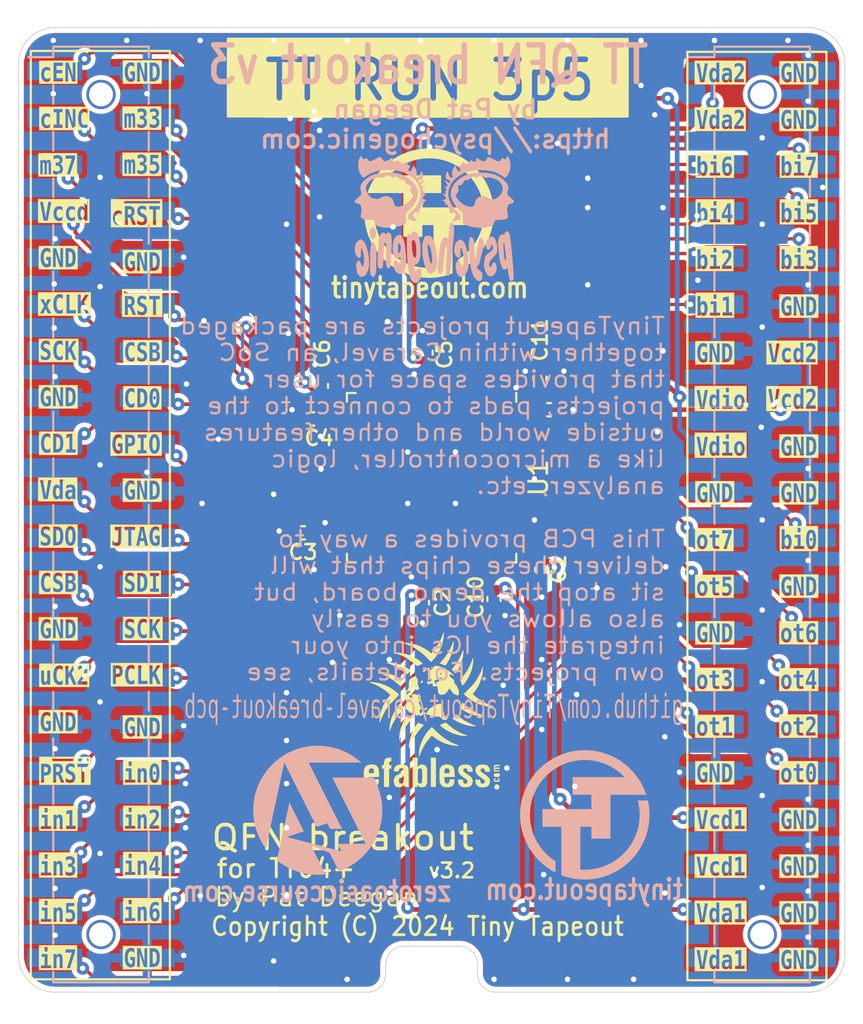
<source format=kicad_pcb>
(kicad_pcb (version 20240108) (generator "pcbnew") (generator_version "8.0")
  (title_block (title "Tiny Tapeout Caravel Breakout QFN") (date "2024-03-22") (rev "3.2") (comment 1 "(C) 2023, 2024 Pat Deegan"))
  (layers (0 "F.Cu" signal) (31 "B.Cu" signal) (34 "B.Paste" user) (35 "F.Paste" user) (36 "B.SilkS" user "B.Silkscreen") (37 "F.SilkS" user "F.Silkscreen") (38 "B.Mask" user) (39 "F.Mask" user) (44 "Edge.Cuts" user))
  (net 0 "")
  (net 1 "GND")
  (net 2 "vddio")
  (net 3 "vccd2")
  (net 4 "vccd1")
  (net 5 "vdda1")
  (net 6 "vdda2")
  (net 7 "~{rst}{slash}mio[7]")
  (net 8 "clk{slash}mio[6]")
  (net 9 "usrclk2{slash}mio[5]")
  (net 10 "SCK{slash}mio[4]")
  (net 11 "CSB{slash}mio[3]")
  (net 12 "SDI{slash}mio[2]")
  (net 13 "SDO{slash}mio[1]")
  (net 14 "JTAG{slash}mio[0]")
  (net 15 "ui_in[1]{slash}mio[9]")
  (net 16 "ui_in[0]{slash}mio[8]")
  (net 17 "ui_in[3]{slash}mio[11]")
  (net 18 "ui_in[2]{slash}mio[10]")
  (net 19 "ui_in[5]{slash}mio[13]")
  (net 20 "ui_in[4]{slash}mio[12]")
  (net 21 "ui_in[7]{slash}mio[15]")
  (net 22 "ui_in[6]{slash}mio[14]")
  (net 23 "uo_out[1]{slash}mio[17]")
  (net 24 "uo_out[0]{slash}mio[16]")
  (net 25 "uo_out[3]{slash}mio[19]")
  (net 26 "uo_out[2]{slash}mio[18]")
  (net 27 "uo_out[5]{slash}mio[21]")
  (net 28 "uo_out[4]{slash}mio[20]")
  (net 29 "uo_out[7]{slash}mio[23]")
  (net 30 "uo_out[6]{slash}mio[22]")
  (net 31 "uio[1]{slash}mio[25]")
  (net 32 "uio[0]{slash}mio[24]")
  (net 33 "uio[3]{slash}mio[27]")
  (net 34 "uio[2]{slash}mio[26]")
  (net 35 "uio[5]{slash}mio[29]")
  (net 36 "uio[4]{slash}mio[28]")
  (net 37 "uio[7]{slash}mio[31]")
  (net 38 "uio[6]{slash}mio[30]")
  (net 39 "mio[33]")
  (net 40 "ctrl_ena{slash}mio[32]")
  (net 41 "gpio")
  (net 42 "Caravel_D0")
  (net 43 "Caravel_CSB")
  (net 44 "~{RST}")
  (net 45 "Caravel_D1")
  (net 46 "xclk")
  (net 47 "mio[35]")
  (net 48 "ctrl_sel_inc{slash}mio[34]")
  (net 49 "Caravel_SCK")
  (net 50 "mio[37]")
  (net 51 "~{ctrl_sel_rst}{slash}mio[36]")
  (net 52 "vdda")
  (net 53 "vccd")
  (footprint "Capacitor_SMD:C_0402_1005Metric" (layer "F.Cu") (at 76.9 38.3 180)
    (property "Reference" "C7" (hide yes))
    (property "Value" "0.1uf")
  )
  (footprint "Capacitor_SMD:C_0402_1005Metric" (layer "F.Cu") (at 76.5 47 90)
    (property "Reference" "C1")
    (property "Value" "0.1uf")
  )
  (footprint "Capacitor_SMD:C_0402_1005Metric" (layer "F.Cu") (at 70 48.8 -90)
    (property "Reference" "C2")
    (property "Value" "0.1uf")
  )
  (footprint "Capacitor_SMD:C_0402_1005Metric" (layer "F.Cu") (at 64.5 37 -90)
    (property "Reference" "C6")
    (property "Value" "0.1uf")
  )
  (footprint "Capacitor_SMD:C_0402_1005Metric" (layer "F.Cu") (at 64 38.8)
    (property "Reference" "C4")
    (property "Value" "0.1uf")
  )
  (footprint "Capacitor_SMD:C_0402_1005Metric" (layer "F.Cu") (at 63.5 45 180)
    (property "Reference" "C3")
    (property "Value" "0.1uf")
  )
  (footprint "Capacitor_SMD:C_0402_1005Metric" (layer "F.Cu") (at 70.2 35.2 -90)
    (property "Reference" "C5")
    (property "Value" "0.1uf")
  )
  (footprint "flyingcarsfootprints:StitchingVia-0.3mm" (layer "F.Cu") (at 74.6 57.8)
    (property "Reference" "STITCH17" (hide yes))
    (property "Value" "StitchingVia-0.3mm" (hide yes))
  )
  (footprint "flyingcarsfootprints:StitchingVia-0.3mm" (layer "F.Cu") (at 69.9 18.2)
    (property "Reference" "STITCH6" (hide yes))
    (property "Value" "StitchingVia-0.3mm" (hide yes))
  )
  (footprint "flyingcarsfootprints:StitchingVia-0.3mm" (layer "F.Cu") (at 69.2 43.4)
    (property "Reference" "STITCH1" (hide yes))
    (property "Value" "StitchingVia-0.3mm" (hide yes))
  )
  (footprint "flyingcarsfootprints:StitchingVia-0.3mm" (layer "F.Cu") (at 71.8 40.6)
    (property "Reference" "STITCH1" (hide yes))
    (property "Value" "StitchingVia-0.3mm" (hide yes))
  )
  (footprint "flyingcarsfootprints:StitchingVia-0.3mm" (layer "F.Cu") (at 88.5 53.1)
    (property "Reference" "STITCH17" (hide yes))
    (property "Value" "StitchingVia-0.3mm" (hide yes))
  )
  (footprint "flyingcarsfootprints:StitchingVia-0.3mm" (layer "F.Cu") (at 70.7 63.6)
    (property "Reference" "STITCH1" (hide yes))
    (property "Value" "StitchingVia-0.3mm" (hide yes))
  )
  (footprint "flyingcarsfootprints:StitchingVia-0.3mm" (layer "F.Cu") (at 70.8 56.8)
    (property "Reference" "STITCH17" (hide yes))
    (property "Value" "StitchingVia-0.3mm" (hide yes))
  )
  (footprint "Logos:TT_logo" (layer "F.Cu") (at 70.4 27.65)
    (property "Reference" "REF**" (hide yes))
    (property "Value" "TT_logo")
  )
  (footprint "flyingcarsfootprints:StitchingVia-0.3mm" (layer "F.Cu") (at 68.2 59.4)
    (property "Reference" "STITCH17" (hide yes))
    (property "Value" "StitchingVia-0.3mm" (hide yes))
  )
  (footprint "flyingcarsfootprints:StitchingVia-0.3mm" (layer "F.Cu") (at 49.95 31.45)
    (property "Reference" "STITCH17" (hide yes))
    (property "Value" "StitchingVia-0.3mm" (hide yes))
  )
  (footprint "flyingcarsfootprints:StitchingVia-0.3mm" (layer "F.Cu") (at 58.1 33.45)
    (property "Reference" "STITCH17" (hide yes))
    (property "Value" "StitchingVia-0.3mm" (hide yes))
  )
  (footprint "flyingcarsfootprints:StitchingVia-0.3mm" (layer "F.Cu") (at 57.9 18.2)
    (property "Reference" "STITCH3" (hide yes))
    (property "Value" "StitchingVia-0.3mm" (hide yes))
  )
  (footprint "flyingcarsfootprints:StitchingVia-0.3mm" (layer "F.Cu") (at 81.9 20.65)
    (property "Reference" "STITCH1" (hide yes))
    (property "Value" "StitchingVia-0.3mm" (hide yes))
  )
  (footprint "flyingcarsfootprints:StitchingVia-0.3mm" (layer "F.Cu") (at 62.6 28.2)
    (property "Reference" "STITCH17" (hide yes))
    (property "Value" "StitchingVia-0.3mm" (hide yes))
  )
  (footprint "flyingcarsfootprints:StitchingVia-0.3mm" (layer "F.Cu") (at 62.6 64.75)
    (property "Reference" "STITCH17" (hide yes))
    (property "Value" "StitchingVia-0.3mm" (hide yes))
  )
  (footprint "flyingcarsfootprints:StitchingVia-0.3mm" (layer "F.Cu") (at 88.5 28.2)
    (property "Reference" "STITCH17" (hide yes))
    (property "Value" "StitchingVia-0.3mm" (hide yes))
  )
  (footprint "Capacitor_SMD:C_0402_1005Metric" (layer "F.Cu") (at 76.4 36.6 -90)
    (property "Reference" "C11")
    (property "Value" "0.1uf")
  )
  (footprint "flyingcarsfootprints:StitchingVia-0.3mm" (layer "F.Cu") (at 61.9 42.9)
    (property "Reference" "STITCH17" (hide yes))
    (property "Value" "StitchingVia-0.3mm" (hide yes))
  )
  (footprint "flyingcarsfootprints:StitchingVia-0.3mm" (layer "F.Cu") (at 58 43.4)
    (property "Reference" "STITCH17" (hide yes))
    (property "Value" "StitchingVia-0.3mm" (hide yes))
  )
  (footprint "Fiducial:Fiducial_1mm_Mask2mm" (layer "F.Cu") (at 83.35 19.25)
    (property "Reference" "FID2" (hide yes))
    (property "Value" "Fiducial")
  )
  (footprint "flyingcarsfootprints:StitchingVia-0.3mm" (layer "F.Cu") (at 68.2 51.9)
    (property "Reference" "STITCH17" (hide yes))
    (property "Value" "StitchingVia-0.3mm" (hide yes))
  )
  (footprint "flyingcarsfootprints:StitchingVia-0.3mm" (layer "F.Cu") (at 82.65 22.25)
    (property "Reference" "STITCH1" (hide yes))
    (property "Value" "StitchingVia-0.3mm" (hide yes))
  )
  (footprint "flyingcarsfootprints:StitchingVia-0.3mm" (layer "F.Cu") (at 70.4 24)
    (property "Reference" "STITCH1" (hide yes))
    (property "Value" "StitchingVia-0.3mm" (hide yes))
  )
  (footprint "flyingcarsfootprints:StitchingVia-0.3mm" (layer "F.Cu") (at 52.45 25.65)
    (property "Reference" "STITCH17" (hide yes))
    (property "Value" "StitchingVia-0.3mm" (hide yes))
  )
  (footprint "flyingcarsfootprints:StitchingVia-0.3mm" (layer "F.Cu") (at 69.2 40.6)
    (property "Reference" "STITCH1" (hide yes))
    (property "Value" "StitchingVia-0.3mm" (hide yes))
  )
  (footprint "flyingcarsfootprints:StitchingVia-0.3mm" (layer "F.Cu") (at 49.9 21.1)
    (property "Reference" "STITCH17" (hide yes))
    (property "Value" "StitchingVia-0.3mm" (hide yes))
  )
  (footprint "flyingcarsfootprints:StitchingVia-0.3mm" (layer "F.Cu") (at 77.35 23.8)
    (property "Reference" "STITCH17" (hide yes))
    (property "Value" "StitchingVia-0.3mm" (hide yes))
  )
  (footprint "flyingcarsfootprints:StitchingVia-0.3mm" (layer "F.Cu") (at 68.4 28.35)
    (property "Reference" "STITCH17" (hide yes))
    (property "Value" "StitchingVia-0.3mm" (hide yes))
  )
  (footprint "flyingcarsfootprints:StitchingVia-0.3mm" (layer "F.Cu") (at 78.4 53.8)
    (property "Reference" "STITCH17" (hide yes))
    (property "Value" "StitchingVia-0.3mm" (hide yes))
  )
  (footprint "flyingcarsfootprints:StitchingVia-0.3mm" (layer "F.Cu") (at 68.2 64.6)
    (property "Reference" "STITCH17" (hide yes))
    (property "Value" "StitchingVia-0.3mm" (hide yes))
  )
  (footprint "flyingcarsfootprints:StitchingVia-0.3mm" (layer "F.Cu") (at 76.5 51.9)
    (property "Reference" "STITCH17" (hide yes))
    (property "Value" "StitchingVia-0.3mm" (hide yes))
  )
  (footprint "flyingcarsfootprints:StitchingVia-0.3mm" (layer "F.Cu") (at 68.1 33.5)
    (property "Reference" "STITCH17" (hide yes))
    (property "Value" "StitchingVia-0.3mm" (hide yes))
  )
  (footprint "flyingcarsfootprints:StitchingVia-0.3mm" (layer "F.Cu") (at 57.9 64.75)
    (property "Reference" "STITCH3" (hide yes))
    (property "Value" "StitchingVia-0.3mm" (hide yes))
  )
  (footprint "flyingcarsfootprints:StitchingVia-0.3mm" (layer "F.Cu") (at 58.9 39.9)
    (property "Reference" "STITCH17" (hide yes))
    (property "Value" "StitchingVia-0.3mm" (hide yes))
  )
  (footprint "flyingcarsfootprints:StitchingVia-0.3mm" (layer "F.Cu") (at 62.6 53.7)
    (property "Reference" "STITCH17" (hide yes))
    (property "Value" "StitchingVia-0.3mm" (hide yes))
  )
  (footprint "flyingcarsfootprints:StitchingVia-0.3mm" (layer "F.Cu") (at 65.9 69.3)
    (property "Reference" "STITCH13" (hide yes))
    (property "Value" "StitchingVia-0.3mm" (hide yes))
  )
  (footprint "flyingcarsfootprints:StitchingVia-0.3mm" (layer "F.Cu") (at 50 64.35)
    (property "Reference" "STITCH17" (hide yes))
    (property "Value" "StitchingVia-0.3mm" (hide yes))
  )
  (footprint "flyingcarsfootprints:StitchingVia-0.3mm" (layer "F.Cu") (at 91.8 26.2)
    (property "Reference" "STITCH17" (hide yes))
    (property "Value" "StitchingVia-0.3mm" (hide yes))
  )
  (footprint "flyingcarsfootprints:StitchingVia-0.3mm" (layer "F.Cu") (at 52.45 54.2)
    (property "Reference" "STITCH17" (hide yes))
    (property "Value" "StitchingVia-0.3mm" (hide yes))
  )
  (footprint "flyingcarsfootprints:StitchingVia-0.3mm" (layer "F.Cu") (at 52.45 62.45)
    (property "Reference" "STITCH17" (hide yes))
    (property "Value" "StitchingVia-0.3mm" (hide yes))
  )
  (footprint "flyingcarsfootprints:StitchingVia-0.3mm" (layer "F.Cu") (at 79 27.3)
    (property "Reference" "STITCH17" (hide yes))
    (property "Value" "StitchingVia-0.3mm" (hide yes))
  )
  (footprint "flyingcarsfootprints:StitchingVia-0.3mm" (layer "F.Cu") (at 74.4 53.3)
    (property "Reference" "STITCH17" (hide yes))
    (property "Value" "StitchingVia-0.3mm" (hide yes))
  )
  (footprint "Fiducial:Fiducial_1mm_Mask2mm" (layer "F.Cu") (at 59 67.85)
    (property "Reference" "FID1" (hide yes))
    (property "Value" "Fiducial")
  )
  (footprint "flyingcarsfootprints:StitchingVia-0.3mm" (layer "F.Cu") (at 49.9 18.2)
    (property "Reference" "STITCH1" (hide yes))
    (property "Value" "StitchingVia-0.3mm" (hide yes))
  )
  (footprint "Capacitor_SMD:C_0402_1005Metric" (layer "F.Cu") (at 73.9 48.6 -90)
    (property "Reference" "C10")
    (property "Value" "0.1uf")
  )
  (footprint "flyingcarsfootprints:StitchingVia-0.3mm" (layer "F.Cu") (at 61.9 18.2)
    (property "Reference" "STITCH4" (hide yes))
    (property "Value" "StitchingVia-0.3mm" (hide yes))
  )
  (footprint "flyingcarsfootprints:StitchingVia-0.3mm" (layer "F.Cu") (at 83.2 64.6)
    (property "Reference" "STITCH17" (hide yes))
    (property "Value" "StitchingVia-0.3mm" (hide yes))
  )
  (footprint "flyingcarsfootprints:StitchingVia-0.3mm" (layer "F.Cu") (at 57.1 58.65)
    (property "Reference" "STITCH17" (hide yes))
    (property "Value" "StitchingVia-0.3mm" (hide yes))
  )
  (footprint "flyingcarsfootprints:StitchingVia-0.3mm" (layer "F.Cu") (at 83.1 27.3)
    (property "Reference" "STITCH17" (hide yes))
    (property "Value" "StitchingVia-0.3mm" (hide yes))
  )
  (footprint "flyingcarsfootprints:StitchingVia-0.3mm" (layer "F.Cu") (at 62.6 56.3)
    (property "Reference" "STITCH17" (hide yes))
    (property "Value" "StitchingVia-0.3mm" (hide yes))
  )
  (footprint "flyingcarsfootprints:StitchingVia-0.3mm" (layer "F.Cu") (at 88.5 64.3)
    (property "Reference" "STITCH17" (hide yes))
    (property "Value" "StitchingVia-0.3mm" (hide yes))
  )
  (footprint "flyingcarsfootprints:StitchingVia-0.3mm" (layer "F.Cu") (at 52.45 46.85)
    (property "Reference" "STITCH17" (hide yes))
    (property "Value" "StitchingVia-0.3mm" (hide yes))
  )
  (footprint "Logos:ef_logo_graphical" (layer "F.Cu") (at 70.45 53.8)
    (property "Reference" "EFABLOG" (hide yes))
    (property "Value" "Logo" (hide yes))
  )
  (footprint "flyingcarsfootprints:StitchingVia-0.3mm" (layer "F.Cu") (at 88.5 59.3)
    (property "Reference" "STITCH17" (hide yes))
    (property "Value" "StitchingVia-0.3mm" (hide yes))
  )
  (footprint "flyingcarsfootprints:StitchingVia-0.3mm" (layer "F.Cu") (at 71.8 43.4)
    (property "Reference" "STITCH1" (hide yes))
    (property "Value" "StitchingVia-0.3mm" (hide yes))
  )
  (footprint "flyingcarsfootprints:StitchingVia-0.3mm" (layer "F.Cu") (at 52.45 31.6)
    (property "Reference" "STITCH17" (hide yes))
    (property "Value" "StitchingVia-0.3mm" (hide yes))
  )
  (footprint "TinyTapeout:QFN-64-1EP_9x9mm_P0.5mm_EP7.65x7.65mm_REDUCEDPASTE" (layer "F.Cu") (at 70.5 42 -90)
    (property "Reference" "U1")
    (property "Value" "Caravel_QFN_TT4")
  )
  (footprint "flyingcarsfootprints:StitchingVia-0.3mm" (layer "F.Cu") (at 88.5 49.2)
    (property "Reference" "STITCH17" (hide yes))
    (property "Value" "StitchingVia-0.3mm" (hide yes))
  )
  (footprint "flyingcarsfootprints:StitchingVia-0.3mm" (layer "F.Cu") (at 64.4 22.1)
    (property "Reference" "STITCH1" (hide yes))
    (property "Value" "StitchingVia-0.3mm" (hide yes))
  )
  (footprint "flyingcarsfootprints:StitchingVia-0.3mm" (layer "F.Cu") (at 62.7 34.15)
    (property "Reference" "STITCH17" (hide yes))
    (property "Value" "StitchingVia-0.3mm" (hide yes))
  )
  (footprint "flyingcarsfootprints:StitchingVia-0.3mm" (layer "F.Cu") (at 65.9 18.2)
    (property "Reference" "STITCH5" (hide yes))
    (property "Value" "StitchingVia-0.3mm" (hide yes))
  )
  (footprint "flyingcarsfootprints:StitchingVia-0.3mm" (layer "F.Cu") (at 62.6 61.05)
    (property "Reference" "STITCH17" (hide yes))
    (property "Value" "StitchingVia-0.3mm" (hide yes))
  )
  (footprint "flyingcarsfootprints:StitchingVia-0.3mm" (layer "F.Cu") (at 62.6 58.65)
    (property "Reference" "STITCH17" (hide yes))
    (property "Value" "StitchingVia-0.3mm" (hide yes))
  )
  (footprint "flyingcarsfootprints:StitchingVia-0.3mm" (layer "F.Cu") (at 64.1 47)
    (property "Reference" "STITCH17" (hide yes))
    (property "Value" "StitchingVia-0.3mm" (hide yes))
  )
  (footprint "flyingcarsfootprints:StitchingVia-0.3mm" (layer "F.Cu") (at 65.1 52.05)
    (property "Reference" "STITCH17" (hide yes))
    (property "Value" "StitchingVia-0.3mm" (hide yes))
  )
  (footprint "flyingcarsfootprints:StitchingVia-0.3mm" (layer "F.Cu") (at 77.9 69.3)
    (property "Reference" "STITCH16" (hide yes))
    (property "Value" "StitchingVia-0.3mm" (hide yes))
  )
  (footprint "Fiducial:Fiducial_1mm_Mask2mm" (layer "F.Cu") (at 83 68)
    (property "Reference" "FID3" (hide yes))
    (property "Value" "Fiducial")
  )
  (footprint "flyingcarsfootprints:StitchingVia-0.3mm" (layer "F.Cu") (at 77.7 36.2)
    (property "Reference" "STITCH17" (hide yes))
    (property "Value" "StitchingVia-0.3mm" (hide yes))
  )
  (footprint "flyingcarsfootprints:StitchingVia-0.3mm" (layer "F.Cu") (at 82.8 39.5)
    (property "Reference" "STITCH17" (hide yes))
    (property "Value" "StitchingVia-0.3mm" (hide yes))
  )
  (footprint "Capacitor_SMD:C_0603_1608Metric" (layer "F.Cu") (at 60.35 33.55 135)
    (property "Reference" "C8" (hide yes))
    (property "Value" "1u")
  )
  (footprint "flyingcarsfootprints:StitchingVia-0.3mm" (layer "F.Cu") (at 65.5 49.5)
    (property "Reference" "STITCH17" (hide yes))
    (property "Value" "StitchingVia-0.3mm" (hide yes))
  )
  (footprint "flyingcarsfootprints:StitchingVia-0.3mm" (layer "F.Cu") (at 64.4 27.8)
    (property "Reference" "STITCH17" (hide yes))
    (property "Value" "StitchingVia-0.3mm" (hide yes))
  )
  (footprint "flyingcarsfootprints:StitchingVia-0.3mm" (layer "F.Cu") (at 77.9 18.2)
    (property "Reference" "STITCH8" (hide yes))
    (property "Value" "StitchingVia-0.3mm" (hide yes))
  )
  (footprint "flyingcarsfootprints:StitchingVia-0.3mm" (layer "F.Cu") (at 83.25 46.85)
    (property "Reference" "STITCH17" (hide yes))
    (property "Value" "StitchingVia-0.3mm" (hide yes))
  )
  (footprint "flyingcarsfootprints:StitchingVia-0.3mm" (layer "F.Cu") (at 79 31.5)
    (property "Reference" "STITCH17" (hide yes))
    (property "Value" "StitchingVia-0.3mm" (hide yes))
  )
  (footprint "flyingcarsfootprints:StitchingVia-0.3mm" (layer "F.Cu") (at 49.95 33.85)
    (property "Reference" "STITCH17" (hide yes))
    (property "Value" "StitchingVia-0.3mm" (hide yes))
  )
  (footprint "flyingcarsfootprints:StitchingVia-0.3mm" (layer "F.Cu") (at 88.5 23.5)
    (property "Reference" "STITCH17" (hide yes))
    (property "Value" "StitchingVia-0.3mm" (hide yes))
  )
  (footprint "flyingcarsfootprints:StitchingVia-0.3mm" (layer "F.Cu") (at 76.6 63.6)
    (property "Reference" "STITCH1" (hide yes))
    (property "Value" "StitchingVia-0.3mm" (hide yes))
  )
  (footprint "flyingcarsfootprints:StitchingVia-0.3mm" (layer "F.Cu") (at 79.5 48)
    (property "Reference" "STITCH17" (hide yes))
    (property "Value" "StitchingVia-0.3mm" (hide yes))
  )
  (footprint "flyingcarsfootprints:StitchingVia-0.3mm" (layer "F.Cu") (at 88.5 33.8)
    (property "Reference" "STITCH17" (hide yes))
    (property "Value" "StitchingVia-0.3mm" (hide yes))
  )
  (footprint "Logos:ef_logo" (layer "F.Cu") (at 70.45 58.1)
    (property "Reference" "EFABTXT" (hide yes))
    (property "Value" "Logo" (hide yes))
  )
  (footprint "flyingcarsfootprints:StitchingVia-0.3mm" (layer "F.Cu") (at 62.8 22.45)
    (property "Reference" "STITCH17" (hide yes))
    (property "Value" "StitchingVia-0.3mm" (hide yes))
  )
  (footprint "flyingcarsfootprints:StitchingVia-0.3mm" (layer "F.Cu") (at 53.9 18.2)
    (property "Reference" "STITCH2" (hide yes))
    (property "Value" "StitchingVia-0.3mm" (hide yes))
  )
  (footprint "flyingcarsfootprints:StitchingVia-0.3mm" (layer "F.Cu") (at 83.2 56.1)
    (property "Reference" "STITCH17" (hide yes))
    (property "Value" "StitchingVia-0.3mm" (hide yes))
  )
  (footprint "flyingcarsfootprints:StitchingVia-0.3mm" (layer "F.Cu") (at 57.1 61.05)
    (property "Reference" "STITCH17" (hide yes))
    (property "Value" "StitchingVia-0.3mm" (hide yes))
  )
  (footprint "flyingcarsfootprints:StitchingVia-0.3mm" (layer "F.Cu") (at 88.45 39.25)
    (property "Reference" "STITCH17" (hide yes))
    (property "Value" "StitchingVia-0.3mm" (hide yes))
  )
  (footprint "flyingcarsfootprints:StitchingVia-0.3mm" (layer "F.Cu") (at 52.45 41.3)
    (property "Reference" "STITCH17" (hide yes))
    (property "Value" "StitchingVia-0.3mm" (hide yes))
  )
  (footprint "flyingcarsfootprints:StitchingVia-0.3mm" (layer "F.Cu") (at 88.5 44.3)
    (property "Reference" "STITCH17" (hide yes))
    (property "Value" "StitchingVia-0.3mm" (hide yes))
  )
  (footprint "flyingcarsfootprints:StitchingVia-0.3mm" (layer "F.Cu") (at 73.9 18.2)
    (property "Reference" "STITCH7" (hide yes))
    (property "Value" "StitchingVia-0.3mm" (hide yes))
  )
  (footprint "flyingcarsfootprints:StitchingVia-0.3mm" (layer "F.Cu") (at 85 31.25)
    (property "Reference" "STITCH17" (hide yes))
    (property "Value" "StitchingVia-0.3mm" (hide yes))
  )
  (footprint "flyingcarsfootprints:StitchingVia-0.3mm" (layer "F.Cu") (at 50 66.9)
    (property "Reference" "STITCH17" (hide yes))
    (property "Value" "StitchingVia-0.3mm" (hide yes))
  )
  (footprint "flyingcarsfootprints:StitchingVia-0.3mm" (layer "F.Cu") (at 81.9 18.2)
    (property "Reference" "STITCH9" (hide yes))
    (property "Value" "StitchingVia-0.3mm" (hide yes))
  )
  (footprint "flyingcarsfootprints:StitchingVia-0.3mm" (layer "F.Cu") (at 78.3 58.8)
    (property "Reference" "STITCH1" (hide yes))
    (property "Value" "StitchingVia-0.3mm" (hide yes))
  )
  (footprint "flyingcarsfootprints:StitchingVia-0.3mm" (layer "F.Cu") (at 57.15 36.9)
    (property "Reference" "STITCH17" (hide yes))
    (property "Value" "StitchingVia-0.3mm" (hide yes))
  )
  (footprint "flyingcarsfootprints:StitchingVia-0.3mm" (layer "F.Cu") (at 85.9 18.2)
    (property "Reference" "STITCH10" (hide yes))
    (property "Value" "StitchingVia-0.3mm" (hide yes))
  )
  (footprint "flyingcarsfootprints:StitchingVia-0.3mm" (layer "F.Cu") (at 76.5 55.7)
    (property "Reference" "STITCH17" (hide yes))
    (property "Value" "StitchingVia-0.3mm" (hide yes))
  )
  (footprint "flyingcarsfootprints:StitchingVia-0.3mm" (layer "F.Cu") (at 81.5 69.3)
    (property "Reference" "STITCH17" (hide yes))
    (property "Value" "StitchingVia-0.3mm" (hide yes))
  )
  (footprint "flyingcarsfootprints:StitchingVia-0.3mm" (layer "F.Cu") (at 73.9 69.3)
    (property "Reference" "STITCH15" (hide yes))
    (property "Value" "StitchingVia-0.3mm" (hide yes))
  )
  (footprint "flyingcarsfootprints:StitchingVia-0.3mm" (layer "F.Cu") (at 89.9 18.2)
    (property "Reference" "STITCH11" (hide yes))
    (property "Value" "StitchingVia-0.3mm" (hide yes))
  )
  (footprint "flyingcarsfootprints:StitchingVia-0.3mm" (layer "F.Cu") (at 79 25.7)
    (property "Reference" "STITCH17" (hide yes))
    (property "Value" "StitchingVia-0.3mm" (hide yes))
  )
  (footprint "flyingcarsfootprints:StitchingVia-0.3mm" (layer "F.Cu") (at 61.9 68.3)
    (property "Reference" "STITCH12" (hide yes))
    (property "Value" "StitchingVia-0.3mm" (hide yes))
  )
  (footprint "TinyTapeout:FH-00148_PinSocket_2x20_P2.54mm" (layer "B.Cu") (at 88.5 44 180)
    (property "Reference" "CON2" (hide yes))
    (property "Value" "~")
  )
  (footprint "Logos:Z2A_logo" (layer "B.Cu") (at 64.1608 60.008048 180)
    (property "Reference" "REF**" (hide yes))
    (property "Value" "Z2A_logo")
  )
  (footprint "flyingcarsfootprints:PsychoLogoSmall" (layer "B.Cu") (at 70.7 27.9 180)
    (property "Reference" "G***" (hide yes))
    (property "Value" "LOGO" (hide yes))
  )
  (footprint "Logos:TT_logo" (layer "B.Cu") (at 78.8 60.4 180)
    (property "Reference" "REF**" (hide yes))
    (property "Value" "TT_logo")
  )
  (footprint "TinyTapeout:FH-00148_PinSocket_2x20_P2.54mm" (layer "B.Cu") (at 52.5 44 180)
    (property "Reference" "CON1" (hide yes))
    (property "Value" "~")
  )
  (gr_rect (start 61.293021 18.1) (end 79.306978 18.863957) (stroke (width 0.1)) (fill solid) (layer "F.SilkS"))
  (gr_rect (start 79.306978 18.105266) (end 81.18318 22.35) (stroke (width 0.1)) (fill solid) (layer "F.SilkS"))
  (gr_rect (start 48.67744 18.77256) (end 56.25 69.3) (stroke (width 0.12)) (fill none) (layer "F.SilkS"))
  (gr_rect (start 59.4 18.1) (end 61.276202 22.344734) (stroke (width 0.1)) (fill solid) (layer "F.SilkS"))
  (gr_rect (start 84.42744 18.82256) (end 92 69.35) (stroke (width 0.12)) (fill none) (layer "F.SilkS"))
  (gr_arc (start 74 70) (mid 73.292893 69.707107) (end 73 69) (stroke (width 0.05)) (layer "Edge.Cuts"))
  (gr_line (start 73 69) (end 73 68.5) (stroke (width 0.05)) (layer "Edge.Cuts"))
  (gr_line (start 91 17.5) (end 50 17.5) (stroke (width 0.05)) (layer "Edge.Cuts"))
  (gr_arc (start 48 19.5) (mid 48.585786 18.085786) (end 50 17.5) (stroke (width 0.05)) (layer "Edge.Cuts"))
  (gr_arc (start 93 68) (mid 92.414214 69.414214) (end 91 70) (stroke (width 0.05)) (layer "Edge.Cuts"))
  (gr_line (start 68 68.5) (end 68 69) (stroke (width 0.05)) (layer "Edge.Cuts"))
  (gr_arc (start 68 69) (mid 67.707107 69.707107) (end 67 70) (stroke (width 0.05)) (layer "Edge.Cuts"))
  (gr_line (start 72 67.5) (end 69 67.5) (stroke (width 0.05)) (layer "Edge.Cuts"))
  (gr_arc (start 91 17.5) (mid 92.414214 18.085786) (end 93 19.5) (stroke (width 0.05)) (layer "Edge.Cuts"))
  (gr_arc (start 72 67.5) (mid 72.707107 67.792893) (end 73 68.5) (stroke (width 0.05)) (layer "Edge.Cuts"))
  (gr_arc (start 50 70) (mid 48.585786 69.414214) (end 48 68) (stroke (width 0.05)) (layer "Edge.Cuts"))
  (gr_line (start 93 68) (end 93 19.5) (stroke (width 0.05)) (layer "Edge.Cuts"))
  (gr_line (start 50 70) (end 67 70) (stroke (width 0.05)) (layer "Edge.Cuts"))
  (gr_line (start 48 68) (end 48 19.5) (stroke (width 0.05)) (layer "Edge.Cuts"))
  (gr_arc (start 68 68.5) (mid 68.292893 67.792893) (end 69 67.5) (stroke (width 0.05)) (layer "Edge.Cuts"))
  (gr_line (start 91 70) (end 74 70) (stroke (width 0.05)) (layer "Edge.Cuts"))
  (gr_text "TinyTapeout projects are packaged \ntogether within Caravel, an SoC \nthat provides space for user \nprojects, pads to connect to the \noutside world and other features \nlike a microcontroller, logic \nanalyzer, etc.\n\nThis PCB provides a way to \ndeliver these chips that will\nsit atop the demo board, but \nalso allows you to easily \nintegrate the ICs into your\nown projects. For details, see\n" (at 83.3 53.1 0) (layer "B.SilkS") (effects (font (size 0.9 1) (thickness 0.125)) (justify left bottom mirror)))
  (gr_text "by Pat Deegan\nhttps://psychogenic.com" (at 70.7 24.15 0) (layer "B.SilkS") (effects (font (size 1 1) (thickness 0.18) (bold yes)) (justify bottom mirror)))
  (gr_text "github.com/TinyTapeout/caravel-breakout-pcb" (at 84.2 55.3 0) (layer "B.SilkS") (effects (font (size 1.3 0.75) (thickness 0.09125)) (justify left bottom mirror)))
  (gr_text "zerotoasiccourse.com" (at 64.25 65.15 0) (layer "B.SilkS") (effects (font (size 1.1 0.9) (thickness 0.18) (bold yes)) (justify bottom mirror)))
  (gr_text "TT QFN breakout v3" (at 70.3 20.7 0) (layer "B.SilkS") (effects (font (size 2 1.6) (thickness 0.3)) (justify bottom mirror)))
  (gr_text "tinytapeout.com" (at 78.8 65.05 0) (layer "B.SilkS") (effects (font (size 1.1 0.9) (thickness 0.18) (bold yes)) (justify bottom mirror)))
  (gr_text "Vdio" (at 84.9 40.96 0) (layer "F.SilkS" knockout) (effects (font (size 1 0.8) (thickness 0.127) (bold yes)) (justify left bottom)))
  (gr_text "c~{RST}" (at 55.75 28.408947 0) (layer "F.SilkS" knockout) (effects (font (size 1 0.8) (thickness 0.127) (bold yes)) (justify right bottom)))
  (gr_text "bi1" (at 84.9 33.34 0) (layer "F.SilkS" knockout) (effects (font (size 1 0.8) (thickness 0.127) (bold yes)) (justify left bottom)))
  (gr_text "CSB" (at 49.15 48.380115 0) (layer "F.SilkS" knockout) (effects (font (size 1 0.8) (thickness 0.127) (bold yes)) (justify left bottom)))
  (gr_text "Vda" (at 49.15 43.329185 0) (layer "F.SilkS" knockout) (effects (font (size 1 0.8) (thickness 0.127) (bold yes)) (justify left bottom)))
  (gr_text "Vcd1" (at 84.9 61.28 0) (layer "F.SilkS" knockout) (effects (font (size 1 0.8) (thickness 0.127) (bold yes)) (justify left bottom)))
  (gr_text "in2" (at 55.75 61.267194 0) (layer "F.SilkS" knockout) (effects (font (size 1 0.8) (thickness 0.127) (bold yes)) (justify right bottom)))
  (gr_text "PCLK" (at 55.75 53.4 0) (layer "F.SilkS" knockout) (effects (font (size 1 0.8) (thickness 0.127) (bold yes)) (justify right bottom)))
  (gr_text "Vccd" (at 49.15 28.176395 0) (layer "F.SilkS" knockout) (effects (font (size 1 0.8) (thickness 0.127) (bold yes)) (justify left bottom)))
  (gr_text "GND" (at 49.15 38.278255 0) (layer "F.SilkS" knockout) (effects (font (size 1 0.8) (thickness 0.127) (bold yes)) (justify left bottom)))
  (gr_text "GND" (at 91.5 63.82 0) (layer "F.SilkS" knockout) (effects (font (size 1 0.8) (thickness 0.127) (bold yes)) (justify right bottom)))
  (gr_text "Vcd2" (at 91.5 38.42 0) (layer "F.SilkS" knockout) (effects (font (size 1.05 0.8) (thickness 0.127) (bold yes)) (justify right bottom)))
  (gr_text "ot3" (at 84.9 53.66 0) (layer "F.SilkS" knockout) (effects (font (size 1 0.8) (thickness 0.127) (bold yes)) (justify left bottom)))
  (gr_text "GND" (at 91.5 23.18 0) (layer "F.SilkS" knockout) (effects (font (size 1 0.8) (thickness 0.127) (bold yes)) (justify right bottom)))
  (gr_text "Vda2" (at 84.9 23.18 0) (layer "F.SilkS" knockout) (effects (font (size 1 0.8) (thickness 0.127) (bold yes)) (justify left bottom)))
  (gr_text "GND" (at 84.9 35.88 0) (layer "F.SilkS" knockout) (effects (font (size 1 0.8) (thickness 0.127) (bold yes)) (justify left bottom)))
  (gr_text "GND" (at 84.9 51.12 0) (layer "F.SilkS" knockout) (effects (font (size 1 0.8) (thickness 0.127) (bold yes)) (justify left bottom)))
  (gr_text "ot0" (at 91.5 58.74 0) (layer "F.SilkS" knockout) (effects (font (size 1 0.8) (thickness 0.127) (bold yes)) (justify right bottom)))
  (gr_text "GND" (at 55.75 56.245334 0) (layer "F.SilkS" knockout) (effects (font (size 1 0.8) (thickness 0.127) (bold yes)) (justify right bottom)))
  (gr_text "GND" (at 49.15 30.70186 0) (layer "F.SilkS" knockout) (effects (font (size 1 0.8) (thickness 0.127) (bold yes)) (justify left bottom)))
  (gr_text "in4" (at 55.75 63.778124 0) (layer "F.SilkS" knockout) (effects (font (size 1 0.8) (thickness 0.127) (bold yes)) (justify right bottom)))
  (gr_text "bi0" (at 91.5 46.04 0) (layer "F.SilkS" knockout) (effects (font (size 1 0.8) (thickness 0.127) (bold yes)) (justify right bottom)))
  (gr_text "in3" (at 49.15 63.809062 0) (layer "F.SilkS" knockout) (effects (font (size 1 0.8) (thickness 0.127) (bold yes)) (justify left bottom)))
  (gr_text "P~{RST}" (at 49.15 58.758132 0) (layer "F.SilkS" knockout) (effects (font (size 1 0.8) (thickness 0.127) (bold yes)) (justify left bottom)))
  (gr_text "SCK" (at 55.75 50.88907 0) (layer "F.SilkS" knockout) (effects (font (size 1 0.8) (thickness 0.127) (bold yes)) (justify right bottom)))
  (gr_text "v3.2" (at 71.6 63.85 0) (layer "F.SilkS") (effects (font (size 0.8 0.8) (thickness 0.14) (bold yes)) (justify bottom)))
  (gr_text "JTAG" (at 55.75 45.86721 0) (layer "F.SilkS" knockout) (effects (font (size 1 0.8) (thickness 0.127) (bold yes)) (justify right bottom)))
  (gr_text "~{RST}" (at 55.75 33.3 0) (layer "F.SilkS" knockout) (effects (font (size 1 0.8) (thickness 0.127) (bold yes)) (justify right bottom)))
  (gr_text "GND" (at 91.5 61.28 0) (layer "F.SilkS" knockout) (effects (font (size 1 0.8) (thickness 0.127) (bold yes)) (justify right bottom)))
  (gr_text "GND" (at 49.15 50.90558 0) (layer "F.SilkS" knockout) (effects (font (size 1 0.8) (thickness 0.127) (bold yes)) (justify left bottom)))
  (gr_text "Copyright (C) 2024 Tiny Tapeout" (at 58.4 67 0) (layer "F.SilkS") (effects (font (size 1 0.9)) (justify left bottom)))
  (gr_text "bi6" (at 84.9 25.72 0) (layer "F.SilkS" knockout) (effects (font (size 1 0.8) (thickness 0.127) (bold yes)) (justify left bottom)))
  (gr_text "GND" (at 91.5 33.34 0) (layer "F.SilkS" knockout) (effects (font (size 1 0.8) (thickness 0.127) (bold yes)) (justify right bottom)))
  (gr_text "GND" (at 84.9 43.5 0) (layer "F.SilkS" knockout) (effects (font (size 1 0.8) (thickness 0.127) (bold yes)) (justify left bottom)))
  (gr_text "ot4" (at 91.5 53.66 0) (layer "F.SilkS" knockout) (effects (font (size 1 0.8) (thickness 0.127) (bold yes)) (justify right bottom)))
  (gr_text "SDI" (at 55.75 48.37814 0) (layer "F.SilkS" knockout) (effects (font (size 1 0.8) (thickness 0.127) (bold yes)) (justify right bottom)))
  (gr_text "m37" (at 49.15 25.65093 0) (layer "F.SilkS" knockout) (effects (font (size 1 0.8) (thickness 0.127) (bold yes)) (justify left bottom)))
  (gr_text "tinytapeout.com" (at 70.4 32.3 0) (layer "F.SilkS") (effects (font (size 1.1 0.9) (thickness 0.18) (bold yes)) (justify bottom)))
  (gr_text "Vcd1" (at 84.9 63.82 0) (layer "F.SilkS" knockout) (effects (font (size 1 0.8) (thickness 0.127) (bold yes)) (justify left bottom)))
  (gr_text "in5" (at 49.15 66.334527 0) (layer "F.SilkS" knockout) (effects (font (size 1 0.8) (thickness 0.127) (bold yes)) (justify left bottom)))
  (gr_text "Vda1" (at 84.9 68.9 0) (layer "F.SilkS" knockout) (effects (font (size 1 0.8) (thickness 0.127) (bold yes)) (justify left bottom)))
  (gr_text "Vda2" (at 84.9 20.64 0) (layer "F.SilkS" knockout) (effects (font (size 1 0.8) (thickness 0.127) (bold yes)) (justify left bottom)))
  (gr_text "ot1" (at 84.9 56.2 0) (layer "F.SilkS" knockout) (effects (font (size 1 0.8) (thickness 0.127) (bold yes)) (justify left bottom)))
  (gr_text "GND" (at 91.5 66.36 0) (layer "F.SilkS" knockout) (effects (font (size 1 0.8) (thickness 0.127) (bold yes)) (justify right bottom)))
  (gr_text "GPIO" (at 55.75 40.84535 0) (layer "F.SilkS" knockout) (effects (font (size 1 0.8) (thickness 0.127) (bold yes)) (justify right bottom)))
  (gr_text "in1" (at 49.15 61.283597 0) (layer "F.SilkS" knockout) (effects (font (size 1 0.8) (thickness 0.127) (bold yes)) (justify left bottom)))
  (gr_text "cEN" (at 49.15 20.6 0) (layer "F.SilkS" knockout) (effects (font (size 1 0.8) (thickness 0.127) (bold yes)) (justify left bottom)))
  (gr_text "by Pat Deegan" (at 58.6 65.4 0) (layer "F.SilkS") (effects (font (size 1 1) (thickness 0.13)) (justify left bottom)))
  (gr_text "CSB" (at 55.75 35.82349 0) (layer "F.SilkS" knockout) (effects (font (size 1 0.8) (thickness 0.127) (bold yes)) (justify right bottom)))
  (gr_text "TT RUN 3p5" (at 70.4 21.6 0) (layer "F.SilkS" knockout) (effects (font (size 2.1 2) (thickness 0.3)) (justify bottom)))
  (gr_text "in7" (at 49.15 68.86 0) (layer "F.SilkS" knockout) (effects (font (size 1 0.8) (thickness 0.127) (bold yes)) (justify left bottom)))
  (gr_text "GND" (at 55.75 30.919877 0) (layer "F.SilkS" knockout) (effects (font (size 1 0.8) (thickness 0.127) (bold yes)) (justify right bottom)))
  (gr_text "GND" (at 91.5 43.5 0) (layer "F.SilkS" knockout) (effects (font (size 1 0.8) (thickness 0.127) (bold yes)) (justify right bottom)))
  (gr_text "xCLK" (at 49.15 33.227325 0) (layer "F.SilkS" knockout) (effects (font (size 1 0.8) (thickness 0.127) (bold yes)) (justify left bottom)))
  (gr_text "ot7" (at 84.9 46.04 0) (layer "F.SilkS" knockout) (effects (font (size 1 0.8) (thickness 0.127) (bold yes)) (justify left bottom)))
  (gr_text "GND" (at 49.15 55.95651 0) (layer "F.SilkS" knockout) (effects (font (size 1 0.8) (thickness 0.127) (bold yes)) (justify left bottom)))
  (gr_text "Vcd2" (at 91.5 35.88 0) (layer "F.SilkS" knockout) (effects (font (size 1 0.8) (thickness 0.127) (bold yes)) (justify right bottom)))
  (gr_text "bi3" (at 91.5 30.8 0) (layer "F.SilkS" knockout) (effects (font (size 1 0.8) (thickness 0.127) (bold yes)) (justify right bottom)))
  (gr_text "bi7" (at 91.5 25.72 0) (layer "F.SilkS" knockout) (effects (font (size 1 0.8) (thickness 0.127) (bold yes)) (justify right bottom)))
  (gr_text "GND" (at 55.75 43.35628 0) (layer "F.SilkS" knockout) (effects (font (size 1 0.8) (thickness 0.127) (bold yes)) (justify right bottom)))
  (gr_text "GND" (at 91.5 68.9 0) (layer "F.SilkS" knockout) (effects (font (size 1 0.8) (thickness 0.127) (bold yes)) (justify right bottom)))
  (gr_text "CD1" (at 49.15 40.80372 0) (layer "F.SilkS" knockout) (effects (font (size 1 0.8) (thickness 0.127) (bold yes)) (justify left bottom)))
  (gr_text "GND" (at 91.5 20.64 0) (layer "F.SilkS" knockout) (effects (font (size 1 0.8) (thickness 0.127) (bold yes)) (justify right bottom)))
  (gr_text "bi4" (at 84.9 28.26 0) (layer "F.SilkS" knockout) (effects (font (size 1 0.8) (thickness 0.127) (bold yes)) (justify left bottom)))
  (gr_text "ot6" (at 91.5 51.12 0) (layer "F.SilkS" knockout) (effects (font (size 1 0.8) (thickness 0.127) (bold yes)) (justify right bottom)))
  (gr_text "m33" (at 55.75 23.11093 0) (layer "F.SilkS" knockout) (effects (font (size 1 0.8) (thickness 0.127) (bold yes)) (justify right bottom)))
  (gr_text "GND" (at 55.75 20.6 0) (layer "F.SilkS" knockout) (effects (font (size 1 0.8) (thickness 0.127) (bold yes)) (justify right bottom)))
  (gr_text "GND" (at 55.75 68.8 0) (layer "F.SilkS" knockout) (effects (font (size 1 0.8) (thickness 0.127) (bold yes)) (justify right bottom)))
  (gr_text "GND" (at 84.9 58.74 0) (layer "F.SilkS" knockout) (effects (font (size 1 0.8) (thickness 0.127) (bold yes)) (justify left bottom)))
  (gr_text "SCK" (at 49.15 35.75279 0) (layer "F.SilkS" knockout) (effects (font (size 1 0.8) (thickness 0.127) (bold yes)) (justify left bottom)))
  (gr_text "m35" (at 55.75 25.62186 0) (layer "F.SilkS" knockout) (effects (font (size 1 0.8) (thickness 0.127) (bold yes)) (justify right bottom)))
  (gr_text "SDO" (at 49.15 45.85465 0) (layer "F.SilkS" knockout) (effects (font (size 1 0.8) (thickness 0.127) (bold yes)) (justify left bottom)))
  (gr_text "GND" (at 91.5 48.58 0) (layer "F.SilkS" knockout) (effects (font (size 1 0.8) (thickness 0.127) (bold yes)) (justify right bottom)))
  (gr_text "in6" (at 55.75 66.289054 0) (layer "F.SilkS" knockout) (effects (font (size 1 0.8) (thickness 0.127) (bold yes)) (justify right bottom)))
  (gr_text "Vda1" (at 84.9 66.36 0) (layer "F.SilkS" knockout) (effects (font (size 1 0.8) (thickness 0.127) (bold yes)) (justify left bottom)))
  (gr_text "Vdio" (at 84.9 38.42 0) (layer "F.SilkS" knockout) (effects (font (size 1 0.8) (thickness 0.127) (bold yes)) (justify left bottom)))
  (gr_text "bi2" (at 84.9 30.8 0) (layer "F.SilkS" knockout) (effects (font (size 1 0.8) (thickness 0.127) (bold yes)) (justify left bottom)))
  (gr_text "in0" (at 55.75 58.756264 0) (layer "F.SilkS" knockout) (effects (font (size 1 0.8) (thickness 0.127) (bold yes)) (justify right bottom)))
  (gr_text "GND" (at 91.5 40.96 0) (layer "F.SilkS" knockout) (effects (font (size 1 0.8) (thickness 0.127) (bold yes)) (justify right bottom)))
  (gr_text "bi5" (at 91.5 28.26 0) (layer "F.SilkS" knockout) (effects (font (size 1 0.8) (thickness 0.127) (bold yes)) (justify right bottom)))
  (gr_text "for TT04+" (at 58.7 63.85 0) (layer "F.SilkS") (effects (font (size 1 1) (thickness 0.16)) (justify left bottom)))
  (gr_text "ot5" (at 84.9 48.58 0) (layer "F.SilkS" knockout) (effects (font (size 1 0.8) (thickness 0.127) (bold yes)) (justify left bottom)))
  (gr_text "CD0" (at 55.75 38.33442 0) (layer "F.SilkS" knockout) (effects (font (size 1 0.8) (thickness 0.127) (bold yes)) (justify right bottom)))
  (gr_text "QFN breakout" (at 58.4 62.35 0) (layer "F.SilkS") (effects (font (size 1.3 1.4) (thickness 0.2)) (justify left bottom)))
  (gr_text "ot2" (at 91.5 56.2 0) (layer "F.SilkS" knockout) (effects (font (size 1 0.8) (thickness 0.127) (bold yes)) (justify right bottom)))
  (gr_text "uCK2" (at 49.15 53.431045 0) (layer "F.SilkS" knockout) (effects (font (size 1 0.8) (thickness 0.127) (bold yes)) (justify left bottom)))
  (gr_text "cINC" (at 49.15 23.125465 0) (layer "F.SilkS" knockout) (effects (font (size 1 0.8) (thickness 0.127) (bold yes)) (justify left bottom)))
  (segment (start 69.75 46.45) (end 69.75 47.15) (width 0.18) (layer "F.Cu") (net 1))
  (segment (start 70.2 34.2) (end 70 34) (width 0.254) (layer "F.Cu") (net 1))
  (segment (start 56.87 68.13) (end 57 68) (width 0.254) (layer "F.Cu") (net 1))
  (segment (start 74.95 44.25) (end 76.05 44.25) (width 0.254) (layer "F.Cu") (net 1))
  (segment (start 74.95 42.25) (end 75.91 42.25) (width 0.254) (layer "F.Cu") (net 1))
  (segment (start 64.5 36.52) (end 64.5 36.18995) (width 0.254) (layer "F.Cu") (net 1))
  (segment (start 66.05 39.75) (end 64.450002 39.75) (width 0.18) (layer "F.Cu") (net 1))
  (segment (start 69.75 46.45) (end 69.25 46.45) (width 0.18) (layer "F.Cu") (net 1))
  (segment (start 57 30.2) (end 57 30) (width 0.25) (layer "F.Cu") (net 1))
  (segment (start 69.75 36.555031) (end 69.552289 36.35732) (width 0.18) (layer "F.Cu") (net 1))
  (segment (start 76.5 47.48) (end 76.5 48.5) (width 0.254) (layer "F.Cu") (net 1))
  (segment (start 70.2 34.72) (end 70.2 34.2) (width 0.254) (layer "F.Cu") (net 1))
  (segment (start 64.76284 41.25) (end 64.48284 41.53) (width 0.18) (layer "F.Cu") (net 1))
  (segment (start 56.93 55.43) (end 57 55.5) (width 0.254) (layer "F.Cu") (net 1))
  (segment (start 69.65 47.15) (end 69.4 47.4) (width 0.18) (layer "F.Cu") (net 1))
  (segment (start 76.05 44.25) (end 76.1 44.3) (width 0.254) (layer "F.Cu") (net 1))
  (segment (start 75.91 42.25) (end 76.1 42.06) (width 0.254) (layer "F.Cu") (net 1))
  (segment (start 73.9 49.08) (end 74.08 49.08) (width 0.254) (layer "F.Cu") (net 1))
  (segment (start 76.4 36.12) (end 75.68 36.12) (width 0.254) (layer "F.Cu") (net 1))
  (segment (start 66.05 41.25) (end 64.76284 41.25) (width 0.18) (layer "F.Cu") (net 1))
  (segment (start 64.5 36.18995) (end 64.155025 35.844975) (width 0.254) (layer "F.Cu") (net 1))
  (segment (start 75.68 36.12) (end 75.6 36.2) (width 0.254) (layer "F.Cu") (net 1))
  (segment (start 63.4 38.8) (end 62.9 38.3) (width 0.254) (layer "F.Cu") (net 1))
  (segment (start 56.97 30.03) (end 57 30) (width 0.254) (layer "F.Cu") (net 1))
  (segment (start 69.75 47.15) (end 69.65 47.15) (width 0.18) (layer "F.Cu") (net 1))
  (segment (start 66.05 44.25) (end 64.9 44.25) (width 0.18) (layer "F.Cu") (net 1))
  (segment (start 74.08 49.08) (end 74.5 49.5) (width 0.254) (layer "F.Cu") (net 1))
  (segment (start 69.25 46.45) (end 69.25 47.25) (width 0.18) (layer "F.Cu") (net 1))
  (segment (start 64.450002 39.75) (end 64.45 39.749998) (width 0.18) (layer "F.Cu") (net 1))
  (segment (start 74.65 37.55) (end 75.1 37.1) (width 0.18) (layer "F.Cu") (net 1))
  (segment (start 64.9 44.25) (end 64.7 44.45) (width 0.18) (layer "F.Cu") (net 1))
  (segment (start 77.38 38.3) (end 78.2 38.3) (width 0.254) (layer "F.Cu") (net 1))
  (segment (start 63.52 38.8) (end 63.4 38.8) (width 0.254) (layer "F.Cu") (net 1))
  (segment (start 62.3 45) (end 62.2 44.9) (width 0.254) (layer "F.Cu") (net 1))
  (segment (start 69.75 37.55) (end 69.75 36.555031) (width 0.18) (layer "F.Cu") (net 1))
  (segment (start 59.801992 33.001992) (end 57 30.2) (width 0.25) (layer "F.Cu") (net 1))
  (segment (start 69.25 47.25) (end 69.4 47.4) (width 0.18) (layer "F.Cu") (net 1))
  (segment (start 70 49.28) (end 70 49.9) (width 0.254) (layer "F.Cu") (net 1))
  (segment (start 74.25 37.55) (end 74.65 37.55) (width 0.18) (layer "F.Cu") (net 1))
  (segment (start 63.02 45) (end 62.3 45) (width 0.254) (layer "F.Cu") (net 1))
  (via (at 62.2 44.9) (size 0.7) (drill 0.3) (layers "F.Cu" "B.Cu") (net 1))
  (via (at 57 55.5) (size 0.7) (drill 0.3) (layers "F.Cu" "B.Cu") (net 1))
  (via (at 50 56.75) (size 0.7) (drill 0.3) (layers "F.Cu" "B.Cu") (net 1))
  (via (at 91 67) (size 0.7) (drill 0.3) (layers "F.Cu" "B.Cu") (net 1))
  (via (at 83.1 35.1) (size 0.7) (drill 0.3) (layers "F.Cu" "B.Cu") (net 1))
  (via (at 64.7 44.45) (size 0.7) (drill 0.3) (layers "F.Cu" "B.Cu") (net 1))
  (via (at 76.5 48.5) (size 0.7) (drill 0.3) (layers "F.Cu" "B.Cu") (net 1))
  (via (at 75.1 37.1) (size 0.7) (drill 0.3) (layers "F.Cu" "B.Cu") (net 1))
  (via (at 76.1 44.3) (size 0.7) (drill 0.3) (layers "F.Cu" "B.Cu") (net 1))
  (via (at 76.1 42.06) (size 0.7) (drill 0.3) (layers "F.Cu" "B.Cu") (net 1))
  (via (at 91 41.5) (size 0.7) (drill 0.3) (layers "F.Cu" "B.Cu") (net 1))
  (via (at 91 21.5) (size 0.7) (drill 0.3) (layers "F.Cu" "B.Cu") (net 1))
  (via (at 69.552289 36.35732) (size 0.7) (drill 0.3) (layers "F.Cu" "B.Cu") (net 1))
  (via (at 50 49) (size 0.7) (drill 0.3) (layers "F.Cu" "B.Cu") (net 1))
  (via (at 55 41.7) (size 0.7) (drill 0.3) (layers "F.Cu" "B.Cu") (net 1))
  (via (at 91 59.5) (size 0.7) (drill 0.3) (layers "F.Cu" "B.Cu") (net 1))
  (via (at 62.9 38.3) (size 0.7) (drill 0.3) (layers "F.Cu" "B.Cu") (net 1))
  (via (at 50 29) (size 0.7) (drill 0.3) (layers "F.Cu" "B.Cu") (net 1))
  (via (at 74.5 49.5) (size 0.7) (drill 0.3) (layers "F.Cu" "B.Cu") (net 1))
  (via (at 57 30) (size 0.7) (drill 0.3) (layers "F.Cu" "B.Cu") (net 1))
  (via (at 78.2 38.3) (size 0.7) (drill 0.3) (layers "F.Cu" "B.Cu") (net 1))
  (via (at 70 49.9) (size 0.7) (drill 0.3) (layers "F.Cu" "B.Cu") (net 1))
  (via (at 57 68) (size 0.7) (drill 0.3) (layers "F.Cu" "B.Cu") (net 1))
  (via (at 64.45 39.749998) (size 0.7) (drill 0.3) (layers "F.Cu" "B.Cu") (net 1))
  (via (at 64.155025 35.844975) (size 0.7) (drill 0.3) (layers "F.Cu" "B.Cu") (net 1))
  (via (at 69.4 47.4) (size 0.7) (drill 0.3) (layers "F.Cu" "B.Cu") (net 1))
  (via (at 91 46.5) (size 0.7) (drill 0.3) (layers "F.Cu" "B.Cu") (net 1))
  (via (at 70 34) (size 0.7) (drill 0.3) (layers "F.Cu" "B.Cu") (net 1))
  (via (at 84 50) (size 0.7) (drill 0.3) (layers "F.Cu" "B.Cu") (net 1))
  (via (at 91 19) (size 0.7) (drill 0.3) (layers "F.Cu" "B.Cu") (net 1))
  (via (at 50 36.5) (size 0.7) (drill 0.3) (layers "F.Cu" "B.Cu") (net 1))
  (via (at 64.48284 41.53) (size 0.7) (drill 0.3) (layers "F.Cu" "B.Cu") (net 1))
  (via (at 84 58.03) (size 0.7) (drill 0.3) (layers "F.Cu" "B.Cu") (net 1))
  (via (at 75.6 36.2) (size 0.7) (drill 0.3) (layers "F.Cu" "B.Cu") (net 1))
  (via (at 55 21.1) (size 0.7) (drill 0.3) (layers "F.Cu" "B.Cu") (net 1))
  (via (at 91 31.5) (size 0.7) (drill 0.3) (layers "F.Cu" "B.Cu") (net 1))
  (via (at 91 62) (size 0.7) (drill 0.3) (layers "F.Cu" "B.Cu") (net 1))
  (via (at 91 64.5) (size 0.7) (drill 0.3) (layers "F.Cu" "B.Cu") (net 1))
  (segment (start 64.8 21.35) (end 83.35 21.35) (width 0.254) (layer "F.Cu") (net 2))
  (segment (start 64.1 22.05) (end 64.8 21.35) (width 0.254) (layer "F.Cu") (net 2))
  (segment (start 74.95 38.25) (end 75.25 38.25) (width 0.18) (layer "F.Cu") (net 2))
  (segment (start 64.28 37.48) (end 63.6 36.8) (width 0.254) (layer "F.Cu") (net 2))
  (segment (start 76.4 37.1) (end 76.4 37.08) (width 0.18) (layer "F.Cu") (net 2))
  (segment (start 83.48 37.08) (end 76.4 37.08) (width 0.254) (layer "F.Cu") (net 2))
  (segment (start 75.25 38.25) (end 76.4 37.1) (width 0.18) (layer "F.Cu") (net 2))
  (segment (start 66.05 38.25) (end 65.27 38.25) (width 0.18) (layer "F.Cu") (net 2))
  (segment (start 65.27 38.25) (end 64.5 37.48) (width 0.18) (layer "F.Cu") (net 2))
  (segment (start 84 37.6) (end 83.48 37.08) (width 0.254) (layer "F.Cu") (net 2))
  (segment (start 64.5 37.48) (end 64.28 37.48) (width 0.254) (layer "F.Cu") (net 2))
  (via (at 63.6 36.8) (size 0.7) (drill 0.3) (layers "F.Cu" "B.Cu") (net 2))
  (via (at 83.35 21.35) (size 0.7) (drill 0.3) (layers "F.Cu" "B.Cu") (net 2))
  (via (at 64.1 22.05) (size 0.7) (drill 0.3) (layers "F.Cu" "B.Cu") (net 2))
  (via (at 84 37.6) (size 0.7) (drill 0.3) (layers "F.Cu" "B.Cu") (net 2))
  (segment (start 85.925 37.6) (end 85.975 37.65) (width 0.254) (layer "B.Cu") (net 2))
  (segment (start 83.873 21.873) (end 83.35 21.35) (width 0.254) (layer "B.Cu") (net 2))
  (segment (start 63.473 22.677) (end 64.1 22.05) (width 0.254) (layer "B.Cu") (net 2))
  (segment (start 83.873 37.473) (end 83.873 21.873) (width 0.254) (layer "B.Cu") (net 2))
  (segment (start 84 37.6) (end 85.925 37.6) (width 0.254) (layer "B.Cu") (net 2))
  (segment (start 84 39.3) (end 84.89 40.19) (width 0.254) (layer "B.Cu") (net 2))
  (segment (start 63.473 36.673) (end 63.473 22.677) (width 0.254) (layer "B.Cu") (net 2))
  (segment (start 84 37.6) (end 84 39.3) (width 0.254) (layer "B.Cu") (net 2))
  (segment (start 84 37.6) (end 83.873 37.473) (width 0.254) (layer "B.Cu") (net 2))
  (segment (start 84.89 40.19) (end 85.975 40.19) (width 0.254) (layer "B.Cu") (net 2))
  (segment (start 63.6 36.8) (end 63.473 36.673) (width 0.254) (layer "B.Cu") (net 2))
  (segment (start 76.42 38.18) (end 77 37.6) (width 0.254) (layer "F.Cu") (net 3))
  (segment (start 78.6 37.6) (end 79.3 38.3) (width 0.254) (layer "F.Cu") (net 3))
  (segment (start 75.97 38.75) (end 76.42 38.3) (width 0.18) (layer "F.Cu") (net 3))
  (segment (start 74.95 38.75) (end 75.97 38.75) (width 0.18) (layer "F.Cu") (net 3))
  (segment (start 76.42 38.3) (end 76.42 38.18) (width 0.254) (layer "F.Cu") (net 3))
  (segment (start 79.3 38.3) (end 89.5 38.3) (width 0.254) (layer "F.Cu") (net 3))
  (segment (start 77 37.6) (end 78.6 37.6) (width 0.254) (layer "F.Cu") (net 3))
  (via (at 89.5 38.3) (size 0.7) (drill 0.3) (layers "F.Cu" "B.Cu") (net 3))
  (segment (start 90.15 37.65) (end 89.5 38.3) (width 0.254) (layer "B.Cu") (net 3))
  (segment (start 91.025 37.645) (end 91.02 37.65) (width 0.254) (layer "B.Cu") (net 3))
  (segment (start 91.025 35.11) (end 91.025 37.645) (width 0.254) (layer "B.Cu") (net 3))
  (segment (start 91.02 37.65) (end 90.15 37.65) (width 0.254) (layer "B.Cu") (net 3))
  (segment (start 75.25 45.75) (end 76.02 46.52) (width 0.18) (layer "F.Cu") (net 4))
  (segment (start 76.02 46.52) (end 76.5 46.52) (width 0.18) (layer "F.Cu") (net 4))
  (segment (start 77.5 59.5) (end 78.5 60.5) (width 0.254) (layer "F.Cu") (net 4))
  (segment (start 74.95 45.75) (end 75.25 45.75) (width 0.18) (layer "F.Cu") (net 4))
  (segment (start 78.5 60.5) (end 84 60.5) (width 0.254) (layer "F.Cu") (net 4))
  (segment (start 84 60.5) (end 84.2 60.5) (width 0.254) (layer "F.Cu") (net 4))
  (segment (start 76.827172 46.52) (end 77.185085 46.877913) (width 0.254) (layer "F.Cu") (net 4))
  (segment (start 76.5 46.52) (end 76.827172 46.52) (width 0.254) (layer "F.Cu") (net 4))
  (via (at 84.2 60.5) (size 0.7) (drill 0.3) (layers "F.Cu" "B.Cu") (net 4))
  (via (at 77.185085 46.877913) (size 0.7) (drill 0.3) (layers "F.Cu" "B.Cu") (net 4))
  (via (at 77.5 59.5) (size 0.7) (drill 0.3) (layers "F.Cu" "B.Cu") (net 4))
  (segment (start 85.965 60.5) (end 85.975 60.51) (width 0.254) (layer "B.Cu") (net 4))
  (segment (start 85.975 60.51) (end 85.975 63.05) (width 0.254) (layer "B.Cu") (net 4))
  (segment (start 84.2 60.5) (end 85.965 60.5) (width 0.254) (layer "B.Cu") (net 4))
  (segment (start 77.185085 46.877913) (end 77.185085 59.185085) (width 0.254) (layer "B.Cu") (net 4))
  (segment (start 77.185085 59.185085) (end 77.5 59.5) (width 0.254) (layer "B.Cu") (net 4))
  (segment (start 75.5 65.5) (end 83.7 65.5) (width 0.254) (layer "F.Cu") (net 5))
  (segment (start 75.50001 65.5) (end 69.3 65.5) (width 0.254) (layer "F.Cu") (net 5))
  (segment (start 74.38 48.12) (end 74.5 48) (width 0.254) (layer "F.Cu") (net 5))
  (segment (start 73.9 48.12) (end 74.38 48.12) (width 0.254) (layer "F.Cu") (net 5))
  (segment (start 73.75 47.97) (end 73.9 48.12) (width 0.18) (layer "F.Cu") (net 5))
  (segment (start 69.3 65.5) (end 69.2 65.4) (width 0.254) (layer "F.Cu") (net 5))
  (segment (start 70 48.32) (end 69.48 48.32) (width 0.254) (layer "F.Cu") (net 5))
  (segment (start 83.7 65.5) (end 84.2 65.5) (width 0.254) (layer "F.Cu") (net 5))
  (segment (start 73.75 46.45) (end 73.75 47.97) (width 0.18) (layer "F.Cu") (net 5))
  (segment (start 70.25 48.07) (end 70 48.32) (width 0.18) (layer "F.Cu") (net 5))
  (segment (start 70.25 46.45) (end 70.25 48.07) (width 0.18) (layer "F.Cu") (net 5))
  (segment (start 69.48 48.32) (end 69.4 48.4) (width 0.254) (layer "F.Cu") (net 5))
  (via (at 74.5 48) (size 0.7) (drill 0.3) (layers "F.Cu" "B.Cu") (net 5))
  (via (at 69.2 65.4) (size 0.7) (drill 0.3) (layers "F.Cu" "B.Cu") (net 5))
  (via (at 69.4 48.4) (size 0.7) (drill 0.3) (layers "F.Cu" "B.Cu") (net 5))
  (via (at 75.50001 65.5) (size 0.7) (drill 0.3) (layers "F.Cu" "B.Cu") (net 5))
  (via (at 84.2 65.5) (size 0.7) (drill 0.3) (layers "F.Cu" "B.Cu") (net 5))
  (segment (start 84.2 65.5) (end 85.885 65.5) (width 0.254) (layer "B.Cu") (net 5))
  (segment (start 75.7 65.30001) (end 75.50001 65.5) (width 0.254) (layer "B.Cu") (net 5))
  (segment (start 75.7 49.2) (end 75.7 65.30001) (width 0.254) (layer "B.Cu") (net 5))
  (segment (start 69.2 48.6) (end 69.2 65.4) (width 0.254) (layer "B.Cu") (net 5))
  (segment (start 74.5 48) (end 75.7 49.2) (width 0.254) (layer "B.Cu") (net 5))
  (segment (start 85.885 65.5) (end 85.975 65.59) (width 0.254) (layer "B.Cu") (net 5))
  (segment (start 85.975 65.59) (end 85.975 68.13) (width 0.254) (layer "B.Cu") (net 5))
  (segment (start 69.4 48.4) (end 69.2 48.6) (width 0.254) (layer "B.Cu") (net 5))
  (segment (start 70 23) (end 84.5 23) (width 0.254) (layer "F.Cu") (net 6))
  (segment (start 85.09 22.41) (end 85.8 21.7) (width 0.254) (layer "F.Cu") (net 6))
  (segment (start 70.25 35.73) (end 70.2 35.68) (width 0.18) (layer "F.Cu") (net 6))
  (segment (start 70.25 37.55) (end 70.25 35.73) (width 0.18) (layer "F.Cu") (net 6))
  (segment (start 84.5 23) (end 85.09 22.41) (width 0.254) (layer "F.Cu") (net 6))
  (segment (start 69.727814 35.68) (end 69.497814 35.45) (width 0.254) (layer "F.Cu") (net 6))
  (segment (start 85.8 21.7) (end 85.8 21.6) (width 0.254) (layer "F.Cu") (net 6))
  (segment (start 70.2 35.68) (end 69.727814 35.68) (width 0.254) (layer "F.Cu") (net 6))
  (via (at 85.8 21.6) (size 0.7) (drill 0.3) (layers "F.Cu" "B.Cu") (net 6))
  (via (at 70 22.999984) (size 0.7) (drill 0.3) (layers "F.Cu" "B.Cu") (net 6))
  (via (at 69.497814 35.45) (size 0.7) (drill 0.3) (layers "F.Cu" "B.Cu") (net 6))
  (segment (start 85.8 21.6) (end 85.8 22.235) (width 0.254) (layer "B.Cu") (net 6))
  (segment (start 85.8 21.6) (end 85.8 20.045) (width 0.25) (layer "B.Cu") (net 6))
  (segment (start 85.8 20.045) (end 85.975 19.87) (width 0.25) (layer "B.Cu") (net 6))
  (segment (start 85.8 22.235) (end 85.975 22.41) (width 0.254) (layer "B.Cu") (net 6))
  (segment (start 69.497814 35.45) (end 69.273 35.225186) (width 0.254) (layer "B.Cu") (net 6))
  (segment (start 69.273 23.726984) (end 70 22.999984) (width 0.254) (layer "B.Cu") (net 6))
  (segment (start 69.273 35.225186) (end 69.273 23.726984) (width 0.254) (layer "B.Cu") (net 6))
  (segment (start 52.1 57) (end 64.462598 57) (width 0.2) (layer "F.Cu") (net 7))
  (segment (start 70.75 50.712598) (end 70.75 46.45) (width 0.2) (layer "F.Cu") (net 7))
  (segment (start 51.9 57.2) (end 51.7 57.4) (width 0.2) (layer "F.Cu") (net 7))
  (segment (start 51.9 57.2) (end 52.1 57) (width 0.2) (layer "F.Cu") (net 7))
  (segment (start 51.7 57.4) (end 51.6 57.4) (width 0.2) (layer "F.Cu") (net 7))
  (segment (start 64.462598 57) (end 70.75 50.712598) (width 0.2) (layer "F.Cu") (net 7))
  (via (at 51.6 57.4) (size 0.7) (drill 0.3) (layers "F.Cu" "B.Cu") (net 7))
  (segment (start 49.98 57.97) (end 51.13 57.97) (width 0.18) (layer "B.Cu") (net 7))
  (segment (start 51.13 57.97) (end 51.13 57.87) (width 0.18) (layer "B.Cu") (net 7))
  (segment (start 51.13 57.87) (end 51.6 57.4) (width 0.18) (layer "B.Cu") (net 7))
  (segment (start 68.75 47.76005) (end 68.75 46.45) (width 0.2) (layer "F.Cu") (net 8))
  (segment (start 57.3 52.9) (end 57.31 52.89) (width 0.2) (layer "F.Cu") (net 8))
  (segment (start 57.3 52.9) (end 56.6 52.9) (width 0.2) (layer "F.Cu") (net 8))
  (segment (start 65.61 52.89) (end 68.6 49.9) (width 0.2) (layer "F.Cu") (net 8))
  (segment (start 68.6 49.9) (end 68.6 47.91005) (width 0.2) (layer "F.Cu") (net 8))
  (segment (start 68.6 47.91005) (end 68.75 47.76005) (width 0.2) (layer "F.Cu") (net 8))
  (segment (start 57.31 52.89) (end 65.61 52.89) (width 0.2) (layer "F.Cu") (net 8))
  (via (at 56.6 52.9) (size 0.7) (drill 0.3) (layers "F.Cu" "B.Cu") (net 8))
  (segment (start 56.6 52.9) (end 55.03 52.9) (width 0.2) (layer "B.Cu") (net 8))
  (segment (start 55.03 52.9) (end 55.02 52.89) (width 0.2) (layer "B.Cu") (net 8))
  (segment (start 68.193 46.507) (end 68.25 46.45) (width 0.2) (layer "F.Cu") (net 9))
  (segment (start 68.193 49.207) (end 68.193 46.507) (width 0.2) (layer "F.Cu") (net 9))
  (segment (start 66.05 51.35) (end 68.193 49.207) (width 0.2) (layer "F.Cu") (net 9))
  (segment (start 51.9 52) (end 52.55 51.35) (width 0.2) (layer "F.Cu") (net 9))
  (segment (start 51.9 52) (end 51.6 52.3) (width 0.2) (layer "F.Cu") (net 9))
  (segment (start 52.55 51.35) (end 66.05 51.35) (width 0.2) (layer "F.Cu") (net 9))
  (via (at 51.6 52.3) (size 0.7) (drill 0.3) (layers "F.Cu" "B.Cu") (net 9))
  (segment (start 51.29 52.61) (end 51.6 52.3) (width 0.18) (layer "B.Cu") (net 9))
  (segment (start 49.98 52.89) (end 51.29 52.89) (width 0.18) (layer "B.Cu") (net 9))
  (segment (start 51.29 52.89) (end 51.29 52.61) (width 0.18) (layer "B.Cu") (net 9))
  (segment (start 57 50.35) (end 65.9 50.35) (width 0.2) (layer "F.Cu") (net 10))
  (segment (start 65.9 50.35) (end 67.75 48.5) (width 0.2) (layer "F.Cu") (net 10))
  (segment (start 56.65 50.35) (end 56.6 50.3) (width 0.2) (layer "F.Cu") (net 10))
  (segment (start 67.75 48.5) (end 67.75 46.45) (width 0.2) (layer "F.Cu") (net 10))
  (segment (start 57 50.35) (end 56.65 50.35) (width 0.2) (layer "F.Cu") (net 10))
  (via (at 56.6 50.3) (size 0.7) (drill 0.3) (layers "F.Cu" "B.Cu") (net 10))
  (segment (start 55.07 50.3) (end 55.02 50.35) (width 0.2) (layer "B.Cu") (net 10))
  (segment (start 56.6 50.3) (end 55.07 50.3) (width 0.2) (layer "B.Cu") (net 10))
  (segment (start 51.6 48.4) (end 51.5 48.4) (width 0.2) (layer "F.Cu") (net 11))
  (segment (start 51.8 48.6) (end 52.05 48.85) (width 0.2) (layer "F.Cu") (net 11))
  (segment (start 52.05 48.85) (end 66.1 48.85) (width 0.2) (layer "F.Cu") (net 11))
  (segment (start 51.8 48.6) (end 51.6 48.4) (width 0.2) (layer "F.Cu") (net 11))
  (segment (start 67.25 47.7) (end 67.25 46.45) (width 0.2) (layer "F.Cu") (net 11))
  (segment (start 66.1 48.85) (end 67.25 47.7) (width 0.2) (layer "F.Cu") (net 11))
  (via (at 51.5 48.4) (size 0.7) (drill 0.3) (layers "F.Cu" "B.Cu") (net 11))
  (segment (start 50.91 47.81) (end 51.5 48.4) (width 0.18) (layer "B.Cu") (net 11))
  (segment (start 49.98 47.81) (end 50.91 47.81) (width 0.18) (layer "B.Cu") (net 11))
  (segment (start 65.69 47.81) (end 66.75 46.75) (width 0.2) (layer "F.Cu") (net 12))
  (segment (start 56.9 47.81) (end 56.71 47.81) (width 0.2) (layer "F.Cu") (net 12))
  (segment (start 56.9 47.81) (end 65.69 47.81) (width 0.2) (layer "F.Cu") (net 12))
  (segment (start 56.71 47.81) (end 56.7 47.8) (width 0.2) (layer "F.Cu") (net 12))
  (segment (start 66.75 46.75) (end 66.75 46.45) (width 0.2) (layer "F.Cu") (net 12))
  (via (at 56.7 47.8) (size 0.7) (drill 0.3) (layers "F.Cu" "B.Cu") (net 12))
  (segment (start 55.03 47.8) (end 55.02 47.81) (width 0.2) (layer "B.Cu") (net 12))
  (segment (start 56.7 47.8) (end 55.03 47.8) (width 0.2) (layer "B.Cu") (net 12))
  (segment (start 65.67 46.13) (end 66.05 45.75) (width 0.2) (layer "F.Cu") (net 13))
  (segment (start 51.83 46.13) (end 51.6 45.9) (width 0.2) (layer "F.Cu") (net 13))
  (segment (start 52.1 46.13) (end 51.83 46.13) (width 0.2) (layer "F.Cu") (net 13))
  (segment (start 52.1 46.13) (end 65.67 46.13) (width 0.2) (layer "F.Cu") (net 13))
  (via (at 51.6 45.9) (size 0.7) (drill 0.3) (layers "F.Cu" "B.Cu") (net 13))
  (segment (start 49.98 45.27) (end 50.97 45.27) (width 0.18) (layer "B.Cu") (net 13))
  (segment (start 50.97 45.27) (end 51.6 45.9) (width 0.18) (layer "B.Cu") (net 13))
  (segment (start 57 45.6) (end 62.683866 45.6) (width 0.2) (layer "F.Cu") (net 14))
  (segment (start 57 45.6) (end 56.8 45.4) (width 0.2) (layer "F.Cu") (net 14))
  (segment (start 65.15 45.55) (end 65.155636 45.55) (width 0.2) (layer "F.Cu") (net 14))
  (segment (start 62.683866 45.6) (end 62.693866 45.61) (width 0.2) (layer "F.Cu") (net 14))
  (segment (start 65.455636 45.25) (end 66.05 45.25) (width 0.2) (layer "F.Cu") (net 14))
  (segment (start 56.8 45.4) (end 56.7 45.4) (width 0.2) (layer "F.Cu") (net 14))
  (segment (start 65.155636 45.55) (end 65.455636 45.25) (width 0.2) (layer "F.Cu") (net 14))
  (segment (start 62.693866 45.61) (end 65.09 45.61) (width 0.2) (layer "F.Cu") (net 14))
  (segment (start 65.09 45.61) (end 65.15 45.55) (width 0.2) (layer "F.Cu") (net 14))
  (via (at 56.7 45.4) (size 0.7) (drill 0.3) (layers "F.Cu" "B.Cu") (net 14))
  (segment (start 56.7 45.4) (end 55.15 45.4) (width 0.2) (layer "B.Cu") (net 14))
  (segment (start 55.15 45.4) (end 55.02 45.27) (width 0.2) (layer "B.Cu") (net 14))
  (segment (start 51.7 59.9) (end 51.6 59.9) (width 0.2) (layer "F.Cu") (net 15))
  (segment (start 64 59.3) (end 71.75 51.55) (width 0.2) (layer "F.Cu") (net 15))
  (segment (start 71.75 51.55) (end 71.75 46.45) (width 0.2) (layer "F.Cu") (net 15))
  (segment (start 52.3 59.3) (end 64 59.3) (width 0.2) (layer "F.Cu") (net 15))
  (segment (start 51.9 59.7) (end 51.7 59.9) (width 0.2) (layer "F.Cu") (net 15))
  (segment (start 51.9 59.7) (end 52.3 59.3) (width 0.2) (layer "F.Cu") (net 15))
  (via (at 51.6 59.9) (size 0.7) (drill 0.3) (layers "F.Cu" "B.Cu") (net 15))
  (segment (start 50.99 60.51) (end 51.6 59.9) (width 0.18) (layer "B.Cu") (net 15))
  (segment (start 49.98 60.51) (end 50.99 60.51) (width 0.18) (layer "B.Cu") (net 15))
  (segment (start 56.87 57.97) (end 64.33 57.97) (width 0.2) (layer "F.Cu") (net 16))
  (segment (start 71.25 51.05) (end 71.25 46.45) (width 0.2) (layer "F.Cu") (net 16))
  (segment (start 64.33 57.97) (end 71.25 51.05) (width 0.2) (layer "F.Cu") (net 16))
  (segment (start 56.7 57.8) (end 56.87 57.97) (width 0.2) (layer "F.Cu") (net 16))
  (via (at 56.7 57.8) (size 0.7) (drill 0.3) (layers "F.Cu" "B.Cu") (net 16))
  (segment (start 55.02 57.97) (end 56.53 57.97) (width 0.18) (layer "B.Cu") (net 16))
  (segment (start 56.53 57.97) (end 56.7 57.8) (width 0.18) (layer "B.Cu") (net 16))
  (segment (start 63.7 61.7) (end 72.75 52.65) (width 0.18) (layer "F.Cu") (net 17))
  (segment (start 51.4 62.3) (end 51.4 62.4) (width 0.18) (layer "F.Cu") (net 17))
  (segment (start 72.75 52.65) (end 72.75 46.45) (width 0.18) (layer "F.Cu") (net 17))
  (segment (start 51.6 62.1) (end 51.4 62.3) (width 0.18) (layer "F.Cu") (net 17))
  (segment (start 51.6 62.1) (end 52 61.7) (width 0.18) (layer "F.Cu") (net 17))
  (segment (start 52 61.7) (end 63.7 61.7) (width 0.18) (layer "F.Cu") (net 17))
  (via (at 51.4 62.4) (size 0.7) (drill 0.3) (layers "F.Cu" "B.Cu") (net 17))
  (segment (start 49.98 63.05) (end 51.05 63.05) (width 0.18) (layer "B.Cu") (net 17))
  (segment (start 51.05 63.05) (end 51.05 62.75) (width 0.18) (layer "B.Cu") (net 17))
  (segment (start 51.05 62.75) (end 51.4 62.4) (width 0.18) (layer "B.Cu") (net 17))
  (segment (start 63.9 60.4) (end 72.25 52.05) (width 0.2) (layer "F.Cu") (net 18))
  (segment (start 56.9 60.2) (end 56.7 60.2) (width 0.2) (layer "F.Cu") (net 18))
  (segment (start 57.1 60.4) (end 63.9 60.4) (width 0.2) (layer "F.Cu") (net 18))
  (segment (start 72.25 52.05) (end 72.25 46.45) (width 0.2) (layer "F.Cu") (net 18))
  (segment (start 56.9 60.2) (end 57.1 60.4) (width 0.2) (layer "F.Cu") (net 18))
  (via (at 56.7 60.2) (size 0.7) (drill 0.3) (layers "F.Cu" "B.Cu") (net 18))
  (segment (start 56.7 60.2) (end 55.33 60.2) (width 0.2) (layer "B.Cu") (net 18))
  (segment (start 55.33 60.2) (end 55.02 60.51) (width 0.2) (layer "B.Cu") (net 18))
  (segment (start 51.9 64.7) (end 51.6 65) (width 0.18) (layer "F.Cu") (net 19))
  (segment (start 65.2 63.6) (end 75.19 53.61) (width 0.18) (layer "F.Cu") (net 19))
  (segment (start 75.19 47.69) (end 74.25 46.75) (width 0.18) (layer "F.Cu") (net 19))
  (segment (start 53 63.6) (end 65.2 63.6) (width 0.18) (layer "F.Cu") (net 19))
  (segment (start 74.25 46.75) (end 74.25 46.45) (width 0.18) (layer "F.Cu") (net 19))
  (segment (start 75.19 53.61) (end 75.19 47.69) (width 0.18) (layer "F.Cu") (net 19))
  (segment (start 51.9 64.7) (end 53 63.6) (width 0.18) (layer "F.Cu") (net 19))
  (via (at 51.6 65) (size 0.7) (drill 0.3) (layers "F.Cu" "B.Cu") (net 19))
  (segment (start 51.21 65.59) (end 51.21 65.39) (width 0.18) (layer "B.Cu") (net 19))
  (segment (start 51.21 65.39) (end 51.6 65) (width 0.18) (layer "B.Cu") (net 19))
  (segment (start 49.98 65.59) (end 51.21 65.59) (width 0.18) (layer "B.Cu") (net 19))
  (segment (start 73.25 46.45) (end 73.25 53.45) (width 0.18) (layer "F.Cu") (net 20))
  (segment (start 73.25 53.45) (end 64.3 62.4) (width 0.18) (layer "F.Cu") (net 20))
  (segment (start 64.3 62.4) (end 56.6 62.4) (width 0.18) (layer "F.Cu") (net 20))
  (via (at 56.6 62.4) (size 0.7) (drill 0.3) (layers "F.Cu" "B.Cu") (net 20))
  (segment (start 55.02 63.05) (end 55.95 63.05) (width 0.18) (layer "B.Cu") (net 20))
  (segment (start 55.95 63.05) (end 56.6 62.4) (width 0.18) (layer "B.Cu") (net 20))
  (segment (start 52.1 69.2) (end 61.9 69.2) (width 0.18) (layer "F.Cu") (net 21))
  (segment (start 77.24 45.09) (end 75.94 45.09) (width 0.18) (layer "F.Cu") (net 21))
  (segment (start 51.9 69) (end 51.6 68.7) (width 0.18) (layer "F.Cu") (net 21))
  (segment (start 78.6 46.45) (end 77.24 45.09) (width 0.18) (layer "F.Cu") (net 21))
  (segment (start 75.6 44.75) (end 74.95 44.75) (width 0.18) (layer "F.Cu") (net 21))
  (segment (start 51.6 68.7) (end 51.5 68.7) (width 0.18) (layer "F.Cu") (net 21))
  (segment (start 51.9 69) (end 52.1 69.2) (width 0.18) (layer "F.Cu") (net 21))
  (segment (start 78.6 52.5) (end 78.6 46.45) (width 0.18) (layer "F.Cu") (net 21))
  (segment (start 75.94 45.09) (end 75.6 44.75) (width 0.18) (layer "F.Cu") (net 21))
  (segment (start 61.9 69.2) (end 78.6 52.5) (width 0.18) (layer "F.Cu") (net 21))
  (via (at 51.5 68.7) (size 0.7) (drill 0.3) (layers "F.Cu" "B.Cu") (net 21))
  (segment (start 51.27 68.47) (end 51.5 68.7) (width 0.18) (layer "B.Cu") (net 21))
  (segment (start 51.27 68.13) (end 51.27 68.47) (width 0.18) (layer "B.Cu") (net 21))
  (segment (start 49.98 68.13) (end 51.27 68.13) (width 0.18) (layer "B.Cu") (net 21))
  (segment (start 76.73298 45.45) (end 75.662622 45.45) (width 0.18) (layer "F.Cu") (net 22))
  (segment (start 56.75 64.65) (end 57.3 64.1) (width 0.18) (layer "F.Cu") (net 22))
  (segment (start 56.75 64.65) (end 56.5 64.9) (width 0.18) (layer "F.Cu") (net 22))
  (segment (start 57.3 64.1) (end 65.7 64.1) (width 0.18) (layer "F.Cu") (net 22))
  (segment (start 75.662622 45.45) (end 75.462622 45.25) (width 0.18) (layer "F.Cu") (net 22))
  (segment (start 65.7 64.1) (end 77.875085 51.924915) (width 0.18) (layer "F.Cu") (net 22))
  (segment (start 75.462622 45.25) (end 74.95 45.25) (width 0.18) (layer "F.Cu") (net 22))
  (segment (start 77.875085 51.924915) (end 77.875085 46.592105) (width 0.18) (layer "F.Cu") (net 22))
  (segment (start 77.875085 46.592105) (end 76.73298 45.45) (width 0.18) (layer "F.Cu") (net 22))
  (via (at 56.5 64.9) (size 0.7) (drill 0.3) (layers "F.Cu" "B.Cu") (net 22))
  (segment (start 56.11 65.59) (end 56.11 65.29) (width 0.18) (layer "B.Cu") (net 22))
  (segment (start 55.02 65.59) (end 56.11 65.59) (width 0.18) (layer "B.Cu") (net 22))
  (segment (start 56.11 65.29) (end 56.5 64.9) (width 0.18) (layer "B.Cu") (net 22))
  (segment (start 80.9 51.3) (end 80.9 46.9) (width 0.18) (layer "F.Cu") (net 23))
  (segment (start 77.25 43.25) (end 74.95 43.25) (width 0.18) (layer "F.Cu") (net 23))
  (segment (start 84.35 54.75) (end 84.4 54.8) (width 0.18) (layer "F.Cu") (net 23))
  (segment (start 80.9 46.9) (end 77.25 43.25) (width 0.18) (layer "F.Cu") (net 23))
  (segment (start 84.35 54.75) (end 80.9 51.3) (width 0.18) (layer "F.Cu") (net 23))
  (via (at 84.4 54.8) (size 0.7) (drill 0.3) (layers "F.Cu" "B.Cu") (net 23))
  (segment (start 85.03 55.43) (end 85.975 55.43) (width 0.18) (layer "B.Cu") (net 23))
  (segment (start 84.4 54.8) (end 85.03 55.43) (width 0.18) (layer "B.Cu") (net 23))
  (segment (start 75.614192 43.61) (end 76.61 43.61) (width 0.18) (layer "F.Cu") (net 24))
  (segment (start 80.4 52.35) (end 84.75 56.7) (width 0.18) (layer "F.Cu") (net 24))
  (segment (start 89.1 57.1) (end 89.3 57.3) (width 0.18) (layer "F.Cu") (net 24))
  (segment (start 76.61 43.61) (end 80.4 47.4) (width 0.18) (layer "F.Cu") (net 24))
  (segment (start 88.7 56.7) (end 89.1 57.1) (width 0.18) (layer "F.Cu") (net 24))
  (segment (start 75.474192 43.75) (end 75.614192 43.61) (width 0.18) (layer "F.Cu") (net 24))
  (segment (start 74.95 43.75) (end 75.474192 43.75) (width 0.18) (layer "F.Cu") (net 24))
  (segment (start 84.75 56.7) (end 88.7 56.7) (width 0.18) (layer "F.Cu") (net 24))
  (segment (start 80.4 47.4) (end 80.4 52.35) (width 0.18) (layer "F.Cu") (net 24))
  (via (at 89.3 57.3) (size 0.7) (drill 0.3) (layers "F.Cu" "B.Cu") (net 24))
  (segment (start 89.97 57.97) (end 91.025 57.97) (width 0.18) (layer "B.Cu") (net 24))
  (segment (start 89.3 57.3) (end 89.97 57.97) (width 0.18) (layer "B.Cu") (net 24))
  (segment (start 75.474192 41.75) (end 74.95 41.75) (width 0.18) (layer "F.Cu") (net 25))
  (segment (start 82 46) (end 77.41 41.41) (width 0.18) (layer "F.Cu") (net 25))
  (segment (start 75.814192 41.41) (end 75.474192 41.75) (width 0.18) (layer "F.Cu") (net 25))
  (segment (start 84.45 52.25) (end 82 49.8) (width 0.18) (layer "F.Cu") (net 25))
  (segment (start 82 49.8) (end 82 46) (width 0.18) (layer "F.Cu") (net 25))
  (segment (start 77.41 41.41) (end 75.814192 41.41) (width 0.18) (layer "F.Cu") (net 25))
  (segment (start 84.45 52.25) (end 84.5 52.3) (width 0.18) (layer "F.Cu") (net 25))
  (via (at 84.5 52.3) (size 0.7) (drill 0.3) (layers "F.Cu" "B.Cu") (net 25))
  (segment (start 84.51 52.31) (end 84.5 52.3) (width 0.18) (layer "B.Cu") (net 25))
  (segment (start 84.51 52.89) (end 84.51 52.31) (width 0.18) (layer "B.Cu") (net 25))
  (segment (start 85.975 52.89) (end 84.51 52.89) (width 0.18) (layer "B.Cu") (net 25))
  (segment (start 84.8 54.2) (end 81.5 50.9) (width 0.18) (layer "F.Cu") (net 26))
  (segment (start 89.1 54.5) (end 88.8 54.2) (width 0.18) (layer "F.Cu") (net 26))
  (segment (start 81.5 50.9) (end 81.5 46.5) (width 0.18) (layer "F.Cu") (net 26))
  (segment (start 81.5 46.5) (end 77.75 42.75) (width 0.18) (layer "F.Cu") (net 26))
  (segment (start 88.8 54.2) (end 84.8 54.2) (width 0.18) (layer "F.Cu") (net 26))
  (segment (start 77.75 42.75) (end 74.95 42.75) (width 0.18) (layer "F.Cu") (net 26))
  (segment (start 89.1 54.5) (end 89.3 54.7) (width 0.18) (layer "F.Cu") (net 26))
  (via (at 89.3 54.7) (size 0.7) (drill 0.3) (layers "F.Cu" "B.Cu") (net 26))
  (segment (start 89.83 55.23) (end 89.3 54.7) (width 0.18) (layer "B.Cu") (net 26))
  (segment (start 89.83 55.43) (end 89.83 55.23) (width 0.18) (layer "B.Cu") (net 26))
  (segment (start 91.025 55.43) (end 89.83 55.43) (width 0.18) (layer "B.Cu") (net 26))
  (segment (start 78.199118 40.69) (end 84.654559 47.145441) (width 0.18) (layer "F.Cu") (net 27))
  (segment (start 74.95 40.75) (end 75.01 40.69) (width 0.18) (layer "F.Cu") (net 27))
  (segment (start 75.01 40.69) (end 78.199118 40.69) (width 0.18) (layer "F.Cu") (net 27))
  (via (at 84.654559 47.145441) (size 0.7) (drill 0.3) (layers "F.Cu" "B.Cu") (net 27))
  (segment (start 84.654559 47.145441) (end 85.319118 47.81) (width 0.18) (layer "B.Cu") (net 27))
  (segment (start 85.319118 47.81) (end 85.975 47.81) (width 0.18) (layer "B.Cu") (net 27))
  (segment (start 82.5 45.75) (end 82.5 49.5) (width 0.18) (layer "F.Cu") (net 28))
  (segment (start 74.95 41.25) (end 75.465075 41.25) (width 0.18) (layer "F.Cu") (net 28))
  (segment (start 88.81 51.61) (end 89.4 52.2) (width 0.18) (layer "F.Cu") (net 28))
  (segment (start 84.61 51.61) (end 88.81 51.61) (width 0.18) (layer "F.Cu") (net 28))
  (segment (start 75.465075 41.25) (end 75.665076 41.05) (width 0.18) (layer "F.Cu") (net 28))
  (segment (start 82.5 49.5) (end 84.61 51.61) (width 0.18) (layer "F.Cu") (net 28))
  (segment (start 75.665076 41.05) (end 77.8 41.05) (width 0.18) (layer "F.Cu") (net 28))
  (segment (start 77.8 41.05) (end 82.5 45.75) (width 0.18) (layer "F.Cu") (net 28))
  (via (at 89.4 52.2) (size 0.7) (drill 0.3) (layers "F.Cu" "B.Cu") (net 28))
  (segment (start 90.09 52.89) (end 89.4 52.2) (width 0.18) (layer "B.Cu") (net 28))
  (segment (start 91.025 52.89) (end 90.09 52.89) (width 0.18) (layer "B.Cu") (net 28))
  (segment (start 84.225 44.475) (end 79.5 39.75) (width 0.18) (layer "F.Cu") (net 29))
  (segment (start 79.5 39.75) (end 74.95 39.75) (width 0.18) (layer "F.Cu") (net 29))
  (segment (start 84.225 44.475) (end 84.225 44.525) (width 0.18) (layer "F.Cu") (net 29))
  (segment (start 84.225 44.525) (end 84.4 44.7) (width 0.18) (layer "F.Cu") (net 29))
  (via (at 84.4 44.7) (size 0.7) (drill 0.3) (layers "F.Cu" "B.Cu") (net 29))
  (segment (start 85.98 45.27) (end 84.97 45.27) (width 0.18) (layer "B.Cu") (net 29))
  (segment (start 84.97 45.27) (end 84.4 44.7) (width 0.18) (layer "B.Cu") (net 29))
  (segment (start 90.1 49.599988) (end 90.099996 49.599992) (width 0.18) (layer "F.Cu") (net 30))
  (segment (start 84.95 46.5) (end 87.000004 46.5) (width 0.18) (layer "F.Cu") (net 30))
  (segment (start 78.7 40.25) (end 84.95 46.5) (width 0.18) (layer "F.Cu") (net 30))
  (segment (start 74.95 40.25) (end 78.7 40.25) (width 0.18) (layer "F.Cu") (net 30))
  (segment (start 90.1 49.5) (end 90.1 49.599988) (width 0.18) (layer "F.Cu") (net 30))
  (segment (start 87.000004 46.5) (end 90.099996 49.599992) (width 0.18) (layer "F.Cu") (net 30))
  (via (at 90.099996 49.599992) (size 0.7) (drill 0.3) (layers "F.Cu" "B.Cu") (net 30))
  (segment (start 90.1 49.599996) (end 90.099996 49.599992) (width 0.18) (layer "B.Cu") (net 30))
  (segment (start 90.152918 49.477918) (end 90.152918 49.54707) (width 0.18) (layer "B.Cu") (net 30))
  (segment (start 91.025 50.35) (end 90.850004 50.35) (width 0.18) (layer "B.Cu") (net 30))
  (segment (start 90.1 49.6) (end 90.1 49.599996) (width 0.18) (layer "B.Cu") (net 30))
  (segment (start 90.850004 50.35) (end 90.099996 49.599992) (width 0.18) (layer "B.Cu") (net 30))
  (segment (start 90.152918 49.54707) (end 90.099996 49.599992) (width 0.18) (layer "B.Cu") (net 30))
  (segment (start 77.73 32.57) (end 84.6 32.57) (width 0.18) (layer "F.Cu") (net 31))
  (segment (start 73.75 36.55) (end 77.73 32.57) (width 0.18) (layer "F.Cu") (net 31))
  (segment (start 73.75 37.55) (end 73.75 36.55) (width 0.18) (layer "F.Cu") (net 31))
  (via (at 84.6 32.57) (size 0.7) (drill 0.3) (layers "F.Cu" "B.Cu") (net 31))
  (segment (start 79.95 39.25) (end 74.95 39.25) (width 0.18) (layer "F.Cu") (net 32))
  (segment (start 90.202082 44.5) (end 90.3 44.5) (width 0.18) (layer "F.Cu") (net 32))
  (segment (start 89.402082 43.7) (end 84.4 43.7) (width 0.18) (layer "F.Cu") (net 32))
  (segment (start 84.4 43.7) (end 79.95 39.25) (width 0.18) (layer "F.Cu") (net 32))
  (segment (start 90.151041 44.448959) (end 89.402082 43.7) (width 0.18) (layer "F.Cu") (net 32))
  (segment (start 90.151041 44.448959) (end 90.202082 44.5) (width 0.18) (layer "F.Cu") (net 32))
  (via (at 90.3 44.5) (size 0.7) (drill 0.3) (layers "F.Cu" "B.Cu") (net 32))
  (segment (start 90.3 44.5) (end 90.3 44.545) (width 0.18) (layer "B.Cu") (net 32))
  (segment (start 90.3 44.545) (end 91.025 45.27) (width 0.18) (layer "B.Cu") (net 32))
  (segment (start 90.4 29) (end 78.8 29) (width 0.18) (layer "F.Cu") (net 33))
  (segment (start 72.75 35.05) (end 72.75 37.55) (width 0.18) (layer "F.Cu") (net 33))
  (segment (start 78.8 29) (end 72.75 35.05) (width 0.18) (layer "F.Cu") (net 33))
  (segment (start 90.4 29) (end 90.5 29) (width 0.18) (layer "F.Cu") (net 33))
  (via (at 90.5 29) (size 0.7) (drill 0.3) (layers "F.Cu" "B.Cu") (net 33))
  (segment (start 90.5 29.505) (end 91.025 30.03) (width 0.18) (layer "B.Cu") (net 33))
  (segment (start 90.5 29) (end 90.5 29.505) (width 0.18) (layer "B.Cu") (net 33))
  (segment (start 73.25 35.85) (end 79.3 29.8) (width 0.18) (layer "F.Cu") (net 34))
  (segment (start 79.3 29.8) (end 84.8 29.8) (width 0.18) (layer "F.Cu") (net 34))
  (segment (start 73.25 37.55) (end 73.25 35.85) (width 0.18) (layer "F.Cu") (net 34))
  (via (at 84.8 29.8) (size 0.7) (drill 0.3) (layers "F.Cu" "B.Cu") (net 34))
  (segment (start 78.6 26.4) (end 71.75 33.25) (width 0.18) (layer "F.Cu") (net 35))
  (segment (start 90 26.4) (end 78.6 26.4) (width 0.18) (layer "F.Cu") (net 35))
  (segment (start 71.75 33.25) (end 71.75 37.55) (width 0.18) (layer "F.Cu") (net 35))
  (segment (start 90.4 26.8) (end 90 26.4) (width 0.18) (layer "F.Cu") (net 35))
  (via (at 90.4 26.8) (size 0.7) (drill 0.3) (layers "F.Cu" "B.Cu") (net 35))
  (segment (start 90.4 26.865) (end 91.025 27.49) (width 0.18) (layer "B.Cu") (net 35))
  (segment (start 90.4 26.8) (end 90.4 26.865) (width 0.18) (layer "B.Cu") (net 35))
  (segment (start 72.25 34.05) (end 78.1 28.2) (width 0.18) (layer "F.Cu") (net 36))
  (segment (start 84.5 28.2) (end 84.95 27.75) (width 0.18) (layer "F.Cu") (net 36))
  (segment (start 72.25 37.55) (end 72.25 34.05) (width 0.18) (layer "F.Cu") (net 36))
  (segment (start 78.1 28.2) (end 84.5 28.2) (width 0.18) (layer "F.Cu") (net 36))
  (via (at 84.95 27.75) (size 0.7) (drill 0.3) (layers "F.Cu" "B.Cu") (net 36))
  (segment (start 90.122082 24.1) (end 79.4 24.1) (width 0.18) (layer "F.Cu") (net 37))
  (segment (start 90.122082 24.1) (end 90.5 24.1) (width 0.18) (layer "F.Cu") (net 37))
  (segment (start 70.8 37.5) (end 70.75 37.55) (width 0.18) (layer "F.Cu") (net 37))
  (segment (start 78.4 24.1) (end 70.8 31.7) (width 0.18) (layer "F.Cu") (net 37))
  (segment (start 70.8 31.7) (end 70.8 37.5) (width 0.18) (layer "F.Cu") (net 37))
  (segment (start 79.4 24.1) (end 78.4 24.1) (width 0.18) (layer "F.Cu") (net 37))
  (via (at 90.5 24.1) (size 0.7) (drill 0.3) (layers "F.Cu" "B.Cu") (net 37))
  (segment (start 90.5 24.425) (end 91.025 24.95) (width 0.18) (layer "B.Cu") (net 37))
  (segment (start 90.5 24.1) (end 90.5 24.425) (width 0.18) (layer "B.Cu") (net 37))
  (segment (start 71.25 37.55) (end 71.25 32.45) (width 0.18) (layer "F.Cu") (net 38))
  (segment (start 78.75 24.95) (end 84.8 24.95) (width 0.18) (layer "F.Cu") (net 38))
  (segment (start 71.25 32.45) (end 78.75 24.95) (width 0.18) (layer "F.Cu") (net 38))
  (via (at 84.8 24.95) (size 0.7) (drill 0.3) (layers "F.Cu" "B.Cu") (net 38))
  (segment (start 68.75 37.101498) (end 68.75 37.55) (width 0.2) (layer "F.Cu") (net 39))
  (segment (start 56.6 23.23635) (end 56.6 23.1) (width 0.2) (layer "F.Cu") (net 39))
  (segment (start 56.681825 23.318175) (end 68.42 35.05635) (width 0.2) (layer "F.Cu") (net 39))
  (segment (start 68.42 35.05635) (end 68.42 36.771498) (width 0.2) (layer "F.Cu") (net 39))
  (segment (start 68.42 36.771498) (end 68.75 37.101498) (width 0.2) (layer "F.Cu") (net 39))
  (segment (start 56.681825 23.318175) (end 56.6 23.23635) (width 0.2) (layer "F.Cu") (net 39))
  (via (at 56.6 23.1) (size 0.7) (drill 0.3) (layers "F.Cu" "B.Cu") (net 39))
  (segment (start 55.02 22.41) (end 56.11 22.41) (width 0.18) (layer "B.Cu") (net 39))
  (segment (start 56.11 22.41) (end 56.11 22.61) (width 0.18) (layer "B.Cu") (net 39))
  (segment (start 56.11 22.61) (end 56.6 23.1) (width 0.18) (layer "B.Cu") (net 39))
  (segment (start 69.25 37.55) (end 69.25 37.039951) (width 0.2) (layer "F.Cu") (net 40))
  (segment (start 68.8 36.589951) (end 68.8 31.17133) (width 0.2) (layer "F.Cu") (net 40))
  (segment (start 68.8 31.17133) (end 56.47867 18.85) (width 0.2) (layer "F.Cu") (net 40))
  (segment (start 56.47867 18.85) (end 51.95 18.85) (width 0.2) (layer "F.Cu") (net 40))
  (segment (start 51.95 18.85) (end 51.6 19.2) (width 0.2) (layer "F.Cu") (net 40))
  (segment (start 69.25 37.039951) (end 68.8 36.589951) (width 0.2) (layer "F.Cu") (net 40))
  (via (at 51.6 19.2) (size 0.7) (drill 0.3) (layers "F.Cu" "B.Cu") (net 40))
  (segment (start 51.17 19.63) (end 51.6 19.2) (width 0.18) (layer "B.Cu") (net 40))
  (segment (start 51.17 19.87) (end 51.17 19.63) (width 0.18) (layer "B.Cu") (net 40))
  (segment (start 49.98 19.87) (end 51.17 19.87) (width 0.18) (layer "B.Cu") (net 40))
  (segment (start 56.6 40.9) (end 56.6 40.8) (width 0.2) (layer "F.Cu") (net 41))
  (segment (start 56.8 41.1) (end 56.6 40.9) (width 0.2) (layer "F.Cu") (net 41))
  (segment (start 56.8 41.1) (end 59.45 43.75) (width 0.2) (layer "F.Cu") (net 41))
  (segment (start 59.45 43.75) (end 66.05 43.75) (width 0.2) (layer "F.Cu") (net 41))
  (via (at 56.6 40.8) (size 0.7) (drill 0.3) (layers "F.Cu" "B.Cu") (net 41))
  (segment (start 56.19 40.39) (end 56.6 40.8) (width 0.18) (layer "B.Cu") (net 41))
  (segment (start 56.19 40.19) (end 56.19 40.39) (width 0.18) (layer "B.Cu") (net 41))
  (segment (start 55.02 40.19) (end 56.19 40.19) (width 0.18) (layer "B.Cu") (net 41))
  (segment (start 63.69 42.99) (end 65.087594 42.99) (width 0.2) (layer "F.Cu") (net 42))
  (segment (start 58.7 38) (end 63.69 42.99) (width 0.2) (layer "F.Cu") (net 42))
  (segment (start 65.087594 42.99) (end 65.327594 42.75) (width 0.2) (layer "F.Cu") (net 42))
  (segment (start 65.327594 42.75) (end 66.05 42.75) (width 0.2) (layer "F.Cu") (net 42))
  (segment (start 56.8 38) (end 58.7 38) (width 0.2) (layer "F.Cu") (net 42))
  (segment (start 56.8 38) (end 56.7 38) (width 0.2) (layer "F.Cu") (net 42))
  (via (at 56.7 38) (size 0.7) (drill 0.3) (layers "F.Cu" "B.Cu") (net 42))
  (segment (start 55.02 37.65) (end 56.35 37.65) (width 0.18) (layer "B.Cu") (net 42))
  (segment (start 56.35 37.65) (end 56.7 38) (width 0.18) (layer "B.Cu") (net 42))
  (segment (start 57.46289 35.5) (end 64.19289 42.23) (width 0.2) (layer "F.Cu") (net 43))
  (segment (start 65.18284 41.81995) (end 65.18284 41.75) (width 0.2) (layer "F.Cu") (net 43))
  (segment (start 57.1 35.5) (end 57.46289 35.5) (width 0.2) (layer "F.Cu") (net 43))
  (segment (start 64.77279 42.23) (end 65.18284 41.81995) (width 0.2) (layer "F.Cu") (net 43))
  (segment (start 57.1 35.5) (end 56.7 35.5) (width 0.2) (layer "F.Cu") (net 43))
  (segment (start 65.18284 41.75) (end 66.05 41.75) (width 0.2) (layer "F.Cu") (net 43))
  (segment (start 64.19289 42.23) (end 64.77279 42.23) (width 0.2) (layer "F.Cu") (net 43))
  (segment (start 56.7 35.5) (end 56.6 35.4) (width 0.2) (layer "F.Cu") (net 43))
  (via (at 56.6 35.4) (size 0.7) (drill 0.3) (layers "F.Cu" "B.Cu") (net 43))
  (segment (start 56.31 35.11) (end 56.6 35.4) (width 0.18) (layer "B.Cu") (net 43))
  (segment (start 55.02 35.11) (end 56.31 35.11) (width 0.18) (layer "B.Cu") (net 43))
  (segment (start 64.06005 40.45) (end 64.79114 40.45) (width 0.2) (layer "F.Cu") (net 44))
  (segment (start 64.99114 40.25) (end 66.05 40.25) (width 0.2) (layer "F.Cu") (net 44))
  (segment (start 56.7 33.4) (end 56.5 33.2) (width 0.2) (layer "F.Cu") (net 44))
  (segment (start 56.7 33.4) (end 57.01005 33.4) (width 0.2) (layer "F.Cu") (net 44))
  (segment (start 57.01005 33.4) (end 60.205025 36.594975) (width 0.2) (layer "F.Cu") (net 44))
  (segment (start 60.898008 34.098008) (end 60.711962 34.098008) (width 0.18) (layer "F.Cu") (net 44))
  (segment (start 60.205025 36.594975) (end 64.06005 40.45) (width 0.2) (layer "F.Cu") (net 44))
  (segment (start 64.79114 40.45) (end 64.99114 40.25) (width 0.2) (layer "F.Cu") (net 44))
  (segment (start 60.711962 34.098008) (end 60.415723 33.801769) (width 0.18) (layer "F.Cu") (net 44))
  (via (at 56.5 33.2) (size 0.7) (drill 0.3) (layers "F.Cu" "B.Cu") (net 44))
  (via (at 60.415723 33.801769) (size 0.7) (drill 0.3) (layers "F.Cu" "B.Cu") (net 44))
  (via (at 60.205025 36.594975) (size 0.7) (drill 0.3) (layers "F.Cu" "B.Cu") (net 44))
  (segment (start 60.415723 33.801769) (end 60.205025 34.012467) (width 0.18) (layer "B.Cu") (net 44))
  (segment (start 55.02 32.57) (end 56.07 32.57) (width 0.18) (layer "B.Cu") (net 44))
  (segment (start 56.07 32.77) (end 56.5 33.2) (width 0.18) (layer "B.Cu") (net 44))
  (segment (start 56.07 32.57) (end 56.07 32.77) (width 0.18) (layer "B.Cu") (net 44))
  (segment (start 60.205025 34.012467) (end 60.205025 36.594975) (width 0.18) (layer "B.Cu") (net 44))
  (segment (start 52.3 39) (end 59 39) (width 0.2) (layer "F.Cu") (net 45))
  (segment (start 52 39.3) (end 52.3 39) (width 0.2) (layer "F.Cu") (net 45))
  (segment (start 52 39.3) (end 51.7 39.6) (width 0.2) (layer "F.Cu") (net 45))
  (segment (start 59 39) (end 63.37 43.37) (width 0.2) (layer "F.Cu") (net 45))
  (segment (start 63.37 43.37) (end 65.244996 43.37) (width 0.2) (layer "F.Cu") (net 45))
  (segment (start 51.7 39.6) (end 51.6 39.6) (width 0.2) (layer "F.Cu") (net 45))
  (segment (start 65.364996 43.25) (end 66.05 43.25) (width 0.2) (layer "F.Cu") (net 45))
  (segment (start 65.244996 43.37) (end 65.364996 43.25) (width 0.2) (layer "F.Cu") (net 45))
  (via (at 51.6 39.6) (size 0.7) (drill 0.3) (layers "F.Cu" "B.Cu") (net 45))
  (segment (start 49.98 40.19) (end 51.21 40.19) (width 0.18) (layer "B.Cu") (net 45))
  (segment (start 51.21 39.99) (end 51.6 39.6) (width 0.18) (layer "B.Cu") (net 45))
  (segment (start 51.21 40.19) (end 51.21 39.99) (width 0.18) (layer "B.Cu") (net 45))
  (segment (start 63.4501 40.83) (end 64.947352 40.83) (width 0.2) (layer "F.Cu") (net 46))
  (segment (start 51.9 33.5) (end 52.4 34) (width 0.2) (layer "F.Cu") (net 46))
  (segment (start 65.027352 40.75) (end 66.05 40.75) (width 0.2) (layer "F.Cu") (net 46))
  (segment (start 64.947352 40.83) (end 65.027352 40.75) (width 0.2) (layer "F.Cu") (net 46))
  (segment (start 52.4 34) (end 56.6201 34) (width 0.2) (layer "F.Cu") (net 46))
  (segment (start 56.6201 34) (end 63.4501 40.83) (width 0.2) (layer "F.Cu") (net 46))
  (segment (start 51.9 33.5) (end 51.6 33.2) (width 0.2) (layer "F.Cu") (net 46))
  (via (at 51.6 33.2) (size 0.7) (drill 0.3) (layers "F.Cu" "B.Cu") (net 46))
  (segment (start 49.98 32.57) (end 50.97 32.57) (width 0.18) (layer "B.Cu") (net 46))
  (segment (start 50.97 32.57) (end 51.6 33.2) (width 0.18) (layer "B.Cu") (net 46))
  (segment (start 56.75 25.85) (end 67.66 36.76) (width 0.2) (layer "F.Cu") (net 47))
  (segment (start 67.66 36.76) (end 67.66 37.46) (width 0.2) (layer "F.Cu") (net 47))
  (segment (start 56.75 25.85) (end 56.6 25.7) (width 0.2) (layer "F.Cu") (net 47))
  (segment (start 67.66 37.46) (end 67.75 37.55) (width 0.2) (layer "F.Cu") (net 47))
  (segment (start 56.6 25.7) (end 56.6 25.6) (width 0.2) (layer "F.Cu") (net 47))
  (via (at 56.6 25.6) (size 0.7) (drill 0.3) (layers "F.Cu" "B.Cu") (net 47))
  (segment (start 55.02 24.95) (end 55.95 24.95) (width 0.18) (layer "B.Cu") (net 47))
  (segment (start 55.95 24.95) (end 56.6 25.6) (width 0.18) (layer "B.Cu") (net 47))
  (segment (start 68.04 36.9289) (end 68.25 37.1389) (width 0.2) (layer "F.Cu") (net 48))
  (segment (start 51.8 23.3) (end 51.6 23.1) (width 0.2) (layer "F.Cu") (net 48))
  (segment (start 68.04 35.74) (end 68.04 36.9289) (width 0.2) (layer "F.Cu") (net 48))
  (segment (start 51.8 23.3) (end 52.3 23.8) (width 0.2) (layer "F.Cu") (net 48))
  (segment (start 56.1 23.8) (end 68.04 35.74) (width 0.2) (layer "F.Cu") (net 48))
  (segment (start 52.3 23.8) (end 56.1 23.8) (width 0.2) (layer "F.Cu") (net 48))
  (segment (start 68.25 37.1389) (end 68.25 37.55) (width 0.2) (layer "F.Cu") (net 48))
  (via (at 51.6 23.1) (size 0.7) (drill 0.3) (layers "F.Cu" "B.Cu") (net 48))
  (segment (start 49.98 22.41) (end 50.91 22.41) (width 0.18) (layer "B.Cu") (net 48))
  (segment (start 50.91 22.41) (end 51.6 23.1) (width 0.18) (layer "B.Cu") (net 48))
  (segment (start 52 36.1) (end 57.45 36.1) (width 0.2) (layer "F.Cu") (net 49))
  (segment (start 51.8 35.9) (end 51.6 35.7) (width 0.2) (layer "F.Cu") (net 49))
  (segment (start 63.96 42.61) (end 64.930192 42.61) (width 0.2) (layer "F.Cu") (net 49))
  (segment (start 65.290192 42.25) (end 66.05 42.25) (width 0.2) (layer "F.Cu") (net 49))
  (segment (start 64.930192 42.61) (end 65.290192 42.25) (width 0.2) (layer "F.Cu") (net 49))
  (segment (start 57.45 36.1) (end 63.96 42.61) (width 0.2) (layer "F.Cu") (net 49))
  (segment (start 51.8 35.9) (end 52 36.1) (width 0.2) (layer "F.Cu") (net 49))
  (via (at 51.6 35.7) (size 0.7) (drill 0.3) (layers "F.Cu" "B.Cu") (net 49))
  (segment (start 51.21 35.11) (end 51.21 35.31) (width 0.18) (layer "B.Cu") (net 49))
  (segment (start 51.21 35.31) (end 51.6 35.7) (width 0.18) (layer "B.Cu") (net 49))
  (segment (start 49.98 35.11) (end 51.21 35.11) (width 0.18) (layer "B.Cu") (net 49))
  (segment (start 50.763776 25.7) (end 50.7 25.7) (width 0.2) (layer "F.Cu") (net 50))
  (segment (start 53.813776 28.75) (end 58.25 28.75) (width 0.2) (layer "F.Cu") (net 50))
  (segment (start 51.081888 26.018112) (end 53.813776 28.75) (width 0.2) (layer "F.Cu") (net 50))
  (segment (start 58.25 28.75) (end 66.75 37.25) (width 0.2) (layer "F.Cu") (net 50))
  (segment (start 51.081888 26.018112) (end 50.763776 25.7) (width 0.2) (layer "F.Cu") (net 50))
  (segment (start 66.75 37.25) (end 66.75 37.55) (width 0.2) (layer "F.Cu") (net 50))
  (via (at 50.7 25.7) (size 0.7) (drill 0.3) (layers "F.Cu" "B.Cu") (net 50))
  (segment (start 50.75 25.65) (end 50.7 25.7) (width 0.18) (layer "B.Cu") (net 50))
  (segment (start 50.75 24.95) (end 50.75 25.65) (width 0.18) (layer "B.Cu") (net 50))
  (segment (start 49.98 24.95) (end 50.75 24.95) (width 0.18) (layer "B.Cu") (net 50))
  (segment (start 57.1 27.9) (end 58.037401 27.9) (width 0.2) (layer "F.Cu") (net 51))
  (segment (start 57.1 27.9) (end 56.7 27.9) (width 0.2) (layer "F.Cu") (net 51))
  (segment (start 58.037401 27.9) (end 67.25 37.112599) (width 0.2) (layer "F.Cu") (net 51))
  (segment (start 67.25 37.112599) (end 67.25 37.55) (width 0.2) (layer "F.Cu") (net 51))
  (via (at 56.7 27.9) (size 0.7) (drill 0.3) (layers "F.Cu" "B.Cu") (net 51))
  (segment (start 55.02 27.49) (end 56.29 27.49) (width 0.18) (layer "B.Cu") (net 51))
  (segment (start 56.29 27.49) (end 56.7 27.9) (width 0.18) (layer "B.Cu") (net 51))
  (segment (start 63.13 44.15) (end 63.98 45) (width 0.2) (layer "F.Cu") (net 52))
  (segment (start 51.6 43.4) (end 51.6 43.3) (width 0.2) (layer "F.Cu") (net 52))
  (segment (start 63.98 45) (end 64.035345 45.055345) (width 0.2) (layer "F.Cu") (net 52))
  (segment (start 51.8 43.6) (end 52.35 44.15) (width 0.2) (layer "F.Cu") (net 52))
  (segment (start 64.98995 45.15) (end 65.38995 44.75) (width 0.2) (layer "F.Cu") (net 52))
  (segment (start 51.8 43.6) (end 51.6 43.4) (width 0.2) (layer "F.Cu") (net 52))
  (segment (start 64.41005 45.15) (end 64.98995 45.15) (width 0.2) (layer "F.Cu") (net 52))
  (segment (start 65.38995 44.75) (end 66.05 44.75) (width 0.2) (layer "F.Cu") (net 52))
  (segment (start 64.035345 45.055345) (end 64.315395 45.055345) (width 0.2) (layer "F.Cu") (net 52))
  (segment (start 64.315395 45.055345) (end 64.41005 45.15) (width 0.2) (layer "F.Cu") (net 52))
  (segment (start 52.35 44.15) (end 63.13 44.15) (width 0.2) (layer "F.Cu") (net 52))
  (via (at 51.6 43.3) (size 0.7) (drill 0.3) (layers "F.Cu" "B.Cu") (net 52))
  (segment (start 51.23 42.93) (end 51.6 43.3) (width 0.25) (layer "B.Cu") (net 52))
  (segment (start 49.98 42.73) (end 51.23 42.73) (width 0.25) (layer "B.Cu") (net 52))
  (segment (start 51.23 42.73) (end 51.23 42.93) (width 0.25) (layer "B.Cu") (net 52))
  (segment (start 64.48 38.8) (end 66 38.8) (width 0.2) (layer "F.Cu") (net 53))
  (segment (start 66 38.8) (end 66.05 38.75) (width 0.2) (layer "F.Cu") (net 53))
  (segment (start 54.051579 31.6) (end 57.29149 31.6) (width 0.2) (layer "F.Cu") (net 53))
  (segment (start 51.1 28.648421) (end 54.051579 31.6) (width 0.2) (layer "F.Cu") (net 53))
  (segment (start 64.48 38.78851) (end 64.48 38.8) (width 0.2) (layer "F.Cu") (net 53))
  (segment (start 57.29149 31.6) (end 64.48 38.78851) (width 0.2) (layer "F.Cu") (net 53))
  (segment (start 51.1 28.3) (end 51.1 28.648421) (width 0.2) (layer "F.Cu") (net 53))
  (segment (start 51.1 28.3) (end 51 28.2) (width 0.2) (layer "F.Cu") (net 53))
  (via (at 51 28.2) (size 0.7) (drill 0.3) (layers "F.Cu" "B.Cu") (net 53))
  (segment (start 49.98 27.49) (end 50.99 27.49) (width 0.25) (layer "B.Cu") (net 53))
  (segment (start 50.99 28.19) (end 51 28.2) (width 0.25) (layer "B.Cu") (net 53))
  (segment (start 50.99 27.49) (end 50.99 28.19) (width 0.25) (layer "B.Cu") (net 53))
  (zone (net 1) (net_name "GND") (layers "F&B.Cu") (priority 1) (connect_pads (clearance 0.254)) (min_thickness 0.25) (fill yes (thermal_gap 0.5) (thermal_bridge_width 0.5))
    (polygon (pts (xy 94 70) (xy 47 70) (xy 47 16) (xy 94 16)))
  )
)
</source>
